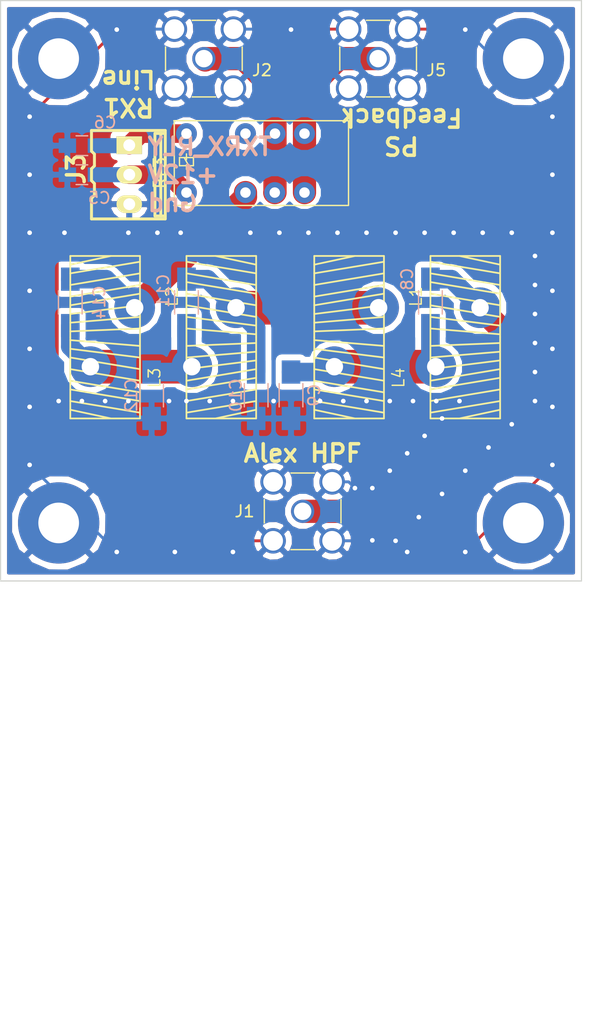
<source format=kicad_pcb>
(kicad_pcb (version 4) (host pcbnew 4.0.7)

  (general
    (links 44)
    (no_connects 1)
    (area 89.949999 34.949999 140.050001 85.050001)
    (thickness 1.6)
    (drawings 9)
    (tracks 217)
    (zones 0)
    (modules 21)
    (nets 11)
  )

  (page A4)
  (layers
    (0 F.Cu signal)
    (31 B.Cu signal)
    (32 B.Adhes user)
    (33 F.Adhes user)
    (34 B.Paste user)
    (35 F.Paste user)
    (36 B.SilkS user)
    (37 F.SilkS user)
    (38 B.Mask user)
    (39 F.Mask user)
    (40 Dwgs.User user)
    (41 Cmts.User user)
    (42 Eco1.User user)
    (43 Eco2.User user)
    (44 Edge.Cuts user)
    (45 Margin user)
    (46 B.CrtYd user)
    (47 F.CrtYd user)
    (48 B.Fab user)
    (49 F.Fab user)
  )

  (setup
    (last_trace_width 1.3)
    (user_trace_width 1.3)
    (user_trace_width 1.6)
    (user_trace_width 2)
    (user_trace_width 2.9)
    (trace_clearance 0.2)
    (zone_clearance 0.508)
    (zone_45_only no)
    (trace_min 0.2)
    (segment_width 0.2)
    (edge_width 0.1)
    (via_size 0.6)
    (via_drill 0.4)
    (via_min_size 0.4)
    (via_min_drill 0.3)
    (uvia_size 0.3)
    (uvia_drill 0.1)
    (uvias_allowed no)
    (uvia_min_size 0.2)
    (uvia_min_drill 0.1)
    (pcb_text_width 0.3)
    (pcb_text_size 1.5 1.5)
    (mod_edge_width 0.15)
    (mod_text_size 1 1)
    (mod_text_width 0.15)
    (pad_size 1.5 1.5)
    (pad_drill 0.6)
    (pad_to_mask_clearance 0)
    (aux_axis_origin 0 0)
    (visible_elements 7FFFFFFF)
    (pcbplotparams
      (layerselection 0x00030_80000001)
      (usegerberextensions false)
      (excludeedgelayer true)
      (linewidth 0.100000)
      (plotframeref false)
      (viasonmask false)
      (mode 1)
      (useauxorigin false)
      (hpglpennumber 1)
      (hpglpenspeed 20)
      (hpglpendiameter 15)
      (hpglpenoverlay 2)
      (psnegative false)
      (psa4output false)
      (plotreference true)
      (plotvalue true)
      (plotinvisibletext false)
      (padsonsilk false)
      (subtractmaskfromsilk false)
      (outputformat 1)
      (mirror false)
      (drillshape 1)
      (scaleselection 1)
      (outputdirectory ""))
  )

  (net 0 "")
  (net 1 +12V)
  (net 2 GND)
  (net 3 TXRX_RLY)
  (net 4 "Net-(C8-Pad1)")
  (net 5 "Net-(C8-Pad2)")
  (net 6 "Net-(C10-Pad1)")
  (net 7 "Net-(C11-Pad1)")
  (net 8 "Net-(C14-Pad1)")
  (net 9 "Net-(J2-Pad1)")
  (net 10 "Net-(J5-Pad1)")

  (net_class Default "Ceci est la Netclass par défaut"
    (clearance 0.2)
    (trace_width 0.25)
    (via_dia 0.6)
    (via_drill 0.4)
    (uvia_dia 0.3)
    (uvia_drill 0.1)
    (add_net +12V)
    (add_net GND)
    (add_net "Net-(C10-Pad1)")
    (add_net "Net-(C11-Pad1)")
    (add_net "Net-(C14-Pad1)")
    (add_net "Net-(C8-Pad1)")
    (add_net "Net-(C8-Pad2)")
    (add_net "Net-(J2-Pad1)")
    (add_net "Net-(J5-Pad1)")
    (add_net TXRX_RLY)
  )

  (module Capacitors_SMD:C_0805_HandSoldering (layer B.Cu) (tedit 5A0334CA) (tstamp 5A0319B4)
    (at 97 50 180)
    (descr "Capacitor SMD 0805, hand soldering")
    (tags "capacitor 0805")
    (path /593E7149)
    (attr smd)
    (fp_text reference C5 (at -1.5 -2 180) (layer B.SilkS)
      (effects (font (size 1 1) (thickness 0.15)) (justify mirror))
    )
    (fp_text value 10n (at 0 -1.75 180) (layer B.Fab)
      (effects (font (size 1 1) (thickness 0.15)) (justify mirror))
    )
    (fp_text user %R (at 0 1.75 180) (layer B.Fab)
      (effects (font (size 1 1) (thickness 0.15)) (justify mirror))
    )
    (fp_line (start -1 -0.62) (end -1 0.62) (layer B.Fab) (width 0.1))
    (fp_line (start 1 -0.62) (end -1 -0.62) (layer B.Fab) (width 0.1))
    (fp_line (start 1 0.62) (end 1 -0.62) (layer B.Fab) (width 0.1))
    (fp_line (start -1 0.62) (end 1 0.62) (layer B.Fab) (width 0.1))
    (fp_line (start 0.5 0.85) (end -0.5 0.85) (layer B.SilkS) (width 0.12))
    (fp_line (start -0.5 -0.85) (end 0.5 -0.85) (layer B.SilkS) (width 0.12))
    (fp_line (start -2.25 0.88) (end 2.25 0.88) (layer B.CrtYd) (width 0.05))
    (fp_line (start -2.25 0.88) (end -2.25 -0.87) (layer B.CrtYd) (width 0.05))
    (fp_line (start 2.25 -0.87) (end 2.25 0.88) (layer B.CrtYd) (width 0.05))
    (fp_line (start 2.25 -0.87) (end -2.25 -0.87) (layer B.CrtYd) (width 0.05))
    (pad 1 smd rect (at -1.25 0 180) (size 1.5 1.25) (layers B.Cu B.Paste B.Mask)
      (net 1 +12V))
    (pad 2 smd rect (at 1.25 0 180) (size 1.5 1.25) (layers B.Cu B.Paste B.Mask)
      (net 2 GND))
    (model Capacitors_SMD.3dshapes/C_0805.wrl
      (at (xyz 0 0 0))
      (scale (xyz 1 1 1))
      (rotate (xyz 0 0 0))
    )
  )

  (module Capacitors_SMD:C_0805_HandSoldering (layer B.Cu) (tedit 5A0334D2) (tstamp 5A0319BA)
    (at 97 47.5)
    (descr "Capacitor SMD 0805, hand soldering")
    (tags "capacitor 0805")
    (path /593E7156)
    (attr smd)
    (fp_text reference C6 (at 2 -2) (layer B.SilkS)
      (effects (font (size 1 1) (thickness 0.15)) (justify mirror))
    )
    (fp_text value 10n (at 0 -1.75) (layer B.Fab)
      (effects (font (size 1 1) (thickness 0.15)) (justify mirror))
    )
    (fp_text user %R (at 0 1.75) (layer B.Fab)
      (effects (font (size 1 1) (thickness 0.15)) (justify mirror))
    )
    (fp_line (start -1 -0.62) (end -1 0.62) (layer B.Fab) (width 0.1))
    (fp_line (start 1 -0.62) (end -1 -0.62) (layer B.Fab) (width 0.1))
    (fp_line (start 1 0.62) (end 1 -0.62) (layer B.Fab) (width 0.1))
    (fp_line (start -1 0.62) (end 1 0.62) (layer B.Fab) (width 0.1))
    (fp_line (start 0.5 0.85) (end -0.5 0.85) (layer B.SilkS) (width 0.12))
    (fp_line (start -0.5 -0.85) (end 0.5 -0.85) (layer B.SilkS) (width 0.12))
    (fp_line (start -2.25 0.88) (end 2.25 0.88) (layer B.CrtYd) (width 0.05))
    (fp_line (start -2.25 0.88) (end -2.25 -0.87) (layer B.CrtYd) (width 0.05))
    (fp_line (start 2.25 -0.87) (end 2.25 0.88) (layer B.CrtYd) (width 0.05))
    (fp_line (start 2.25 -0.87) (end -2.25 -0.87) (layer B.CrtYd) (width 0.05))
    (pad 1 smd rect (at -1.25 0) (size 1.5 1.25) (layers B.Cu B.Paste B.Mask)
      (net 2 GND))
    (pad 2 smd rect (at 1.25 0) (size 1.5 1.25) (layers B.Cu B.Paste B.Mask)
      (net 3 TXRX_RLY))
    (model Capacitors_SMD.3dshapes/C_0805.wrl
      (at (xyz 0 0 0))
      (scale (xyz 1 1 1))
      (rotate (xyz 0 0 0))
    )
  )

  (module Capacitors_SMD:C_1206_HandSoldering (layer B.Cu) (tedit 5A031F72) (tstamp 5A0319C0)
    (at 127 61 90)
    (descr "Capacitor SMD 1206, hand soldering")
    (tags "capacitor 1206")
    (path /5A03144F)
    (attr smd)
    (fp_text reference C8 (at 2 -2 270) (layer B.SilkS)
      (effects (font (size 1 1) (thickness 0.15)) (justify mirror))
    )
    (fp_text value 33p (at 0 -2 90) (layer B.Fab)
      (effects (font (size 1 1) (thickness 0.15)) (justify mirror))
    )
    (fp_text user %R (at 0 1.75 90) (layer B.Fab)
      (effects (font (size 1 1) (thickness 0.15)) (justify mirror))
    )
    (fp_line (start -1.6 -0.8) (end -1.6 0.8) (layer B.Fab) (width 0.1))
    (fp_line (start 1.6 -0.8) (end -1.6 -0.8) (layer B.Fab) (width 0.1))
    (fp_line (start 1.6 0.8) (end 1.6 -0.8) (layer B.Fab) (width 0.1))
    (fp_line (start -1.6 0.8) (end 1.6 0.8) (layer B.Fab) (width 0.1))
    (fp_line (start 1 1.02) (end -1 1.02) (layer B.SilkS) (width 0.12))
    (fp_line (start -1 -1.02) (end 1 -1.02) (layer B.SilkS) (width 0.12))
    (fp_line (start -3.25 1.05) (end 3.25 1.05) (layer B.CrtYd) (width 0.05))
    (fp_line (start -3.25 1.05) (end -3.25 -1.05) (layer B.CrtYd) (width 0.05))
    (fp_line (start 3.25 -1.05) (end 3.25 1.05) (layer B.CrtYd) (width 0.05))
    (fp_line (start 3.25 -1.05) (end -3.25 -1.05) (layer B.CrtYd) (width 0.05))
    (pad 1 smd rect (at -2 0 90) (size 2 1.6) (layers B.Cu B.Paste B.Mask)
      (net 4 "Net-(C8-Pad1)"))
    (pad 2 smd rect (at 2 0 90) (size 2 1.6) (layers B.Cu B.Paste B.Mask)
      (net 5 "Net-(C8-Pad2)"))
    (model Capacitors_SMD.3dshapes/C_1206.wrl
      (at (xyz 0 0 0))
      (scale (xyz 1 1 1))
      (rotate (xyz 0 0 0))
    )
  )

  (module Capacitors_SMD:C_1206_HandSoldering (layer B.Cu) (tedit 5A031F99) (tstamp 5A0319C6)
    (at 115 69 270)
    (descr "Capacitor SMD 1206, hand soldering")
    (tags "capacitor 1206")
    (path /5A035C7F)
    (attr smd)
    (fp_text reference C9 (at 0 -2 270) (layer B.SilkS)
      (effects (font (size 1 1) (thickness 0.15)) (justify mirror))
    )
    (fp_text value 91p (at 0 -2 270) (layer B.Fab)
      (effects (font (size 1 1) (thickness 0.15)) (justify mirror))
    )
    (fp_text user %R (at 0 1.75 270) (layer B.Fab)
      (effects (font (size 1 1) (thickness 0.15)) (justify mirror))
    )
    (fp_line (start -1.6 -0.8) (end -1.6 0.8) (layer B.Fab) (width 0.1))
    (fp_line (start 1.6 -0.8) (end -1.6 -0.8) (layer B.Fab) (width 0.1))
    (fp_line (start 1.6 0.8) (end 1.6 -0.8) (layer B.Fab) (width 0.1))
    (fp_line (start -1.6 0.8) (end 1.6 0.8) (layer B.Fab) (width 0.1))
    (fp_line (start 1 1.02) (end -1 1.02) (layer B.SilkS) (width 0.12))
    (fp_line (start -1 -1.02) (end 1 -1.02) (layer B.SilkS) (width 0.12))
    (fp_line (start -3.25 1.05) (end 3.25 1.05) (layer B.CrtYd) (width 0.05))
    (fp_line (start -3.25 1.05) (end -3.25 -1.05) (layer B.CrtYd) (width 0.05))
    (fp_line (start 3.25 -1.05) (end 3.25 1.05) (layer B.CrtYd) (width 0.05))
    (fp_line (start 3.25 -1.05) (end -3.25 -1.05) (layer B.CrtYd) (width 0.05))
    (pad 1 smd rect (at -2 0 270) (size 2 1.6) (layers B.Cu B.Paste B.Mask)
      (net 4 "Net-(C8-Pad1)"))
    (pad 2 smd rect (at 2 0 270) (size 2 1.6) (layers B.Cu B.Paste B.Mask)
      (net 2 GND))
    (model Capacitors_SMD.3dshapes/C_1206.wrl
      (at (xyz 0 0 0))
      (scale (xyz 1 1 1))
      (rotate (xyz 0 0 0))
    )
  )

  (module Capacitors_SMD:C_1206_HandSoldering (layer B.Cu) (tedit 58AA84D1) (tstamp 5A0319CC)
    (at 112 69 270)
    (descr "Capacitor SMD 1206, hand soldering")
    (tags "capacitor 1206")
    (path /5A036150)
    (attr smd)
    (fp_text reference C10 (at 0 1.75 270) (layer B.SilkS)
      (effects (font (size 1 1) (thickness 0.15)) (justify mirror))
    )
    (fp_text value 97p (at 0 -2 270) (layer B.Fab)
      (effects (font (size 1 1) (thickness 0.15)) (justify mirror))
    )
    (fp_text user %R (at 0 1.75 270) (layer B.Fab)
      (effects (font (size 1 1) (thickness 0.15)) (justify mirror))
    )
    (fp_line (start -1.6 -0.8) (end -1.6 0.8) (layer B.Fab) (width 0.1))
    (fp_line (start 1.6 -0.8) (end -1.6 -0.8) (layer B.Fab) (width 0.1))
    (fp_line (start 1.6 0.8) (end 1.6 -0.8) (layer B.Fab) (width 0.1))
    (fp_line (start -1.6 0.8) (end 1.6 0.8) (layer B.Fab) (width 0.1))
    (fp_line (start 1 1.02) (end -1 1.02) (layer B.SilkS) (width 0.12))
    (fp_line (start -1 -1.02) (end 1 -1.02) (layer B.SilkS) (width 0.12))
    (fp_line (start -3.25 1.05) (end 3.25 1.05) (layer B.CrtYd) (width 0.05))
    (fp_line (start -3.25 1.05) (end -3.25 -1.05) (layer B.CrtYd) (width 0.05))
    (fp_line (start 3.25 -1.05) (end 3.25 1.05) (layer B.CrtYd) (width 0.05))
    (fp_line (start 3.25 -1.05) (end -3.25 -1.05) (layer B.CrtYd) (width 0.05))
    (pad 1 smd rect (at -2 0 270) (size 2 1.6) (layers B.Cu B.Paste B.Mask)
      (net 6 "Net-(C10-Pad1)"))
    (pad 2 smd rect (at 2 0 270) (size 2 1.6) (layers B.Cu B.Paste B.Mask)
      (net 2 GND))
    (model Capacitors_SMD.3dshapes/C_1206.wrl
      (at (xyz 0 0 0))
      (scale (xyz 1 1 1))
      (rotate (xyz 0 0 0))
    )
  )

  (module Capacitors_SMD:C_1206_HandSoldering (layer B.Cu) (tedit 5A031F80) (tstamp 5A0319D2)
    (at 106 61 90)
    (descr "Capacitor SMD 1206, hand soldering")
    (tags "capacitor 1206")
    (path /5A031437)
    (attr smd)
    (fp_text reference C11 (at 1 -2 270) (layer B.SilkS)
      (effects (font (size 1 1) (thickness 0.15)) (justify mirror))
    )
    (fp_text value 10p (at 0 -2 90) (layer B.Fab)
      (effects (font (size 1 1) (thickness 0.15)) (justify mirror))
    )
    (fp_text user %R (at 0 1.75 90) (layer B.Fab)
      (effects (font (size 1 1) (thickness 0.15)) (justify mirror))
    )
    (fp_line (start -1.6 -0.8) (end -1.6 0.8) (layer B.Fab) (width 0.1))
    (fp_line (start 1.6 -0.8) (end -1.6 -0.8) (layer B.Fab) (width 0.1))
    (fp_line (start 1.6 0.8) (end 1.6 -0.8) (layer B.Fab) (width 0.1))
    (fp_line (start -1.6 0.8) (end 1.6 0.8) (layer B.Fab) (width 0.1))
    (fp_line (start 1 1.02) (end -1 1.02) (layer B.SilkS) (width 0.12))
    (fp_line (start -1 -1.02) (end 1 -1.02) (layer B.SilkS) (width 0.12))
    (fp_line (start -3.25 1.05) (end 3.25 1.05) (layer B.CrtYd) (width 0.05))
    (fp_line (start -3.25 1.05) (end -3.25 -1.05) (layer B.CrtYd) (width 0.05))
    (fp_line (start 3.25 -1.05) (end 3.25 1.05) (layer B.CrtYd) (width 0.05))
    (fp_line (start 3.25 -1.05) (end -3.25 -1.05) (layer B.CrtYd) (width 0.05))
    (pad 1 smd rect (at -2 0 90) (size 2 1.6) (layers B.Cu B.Paste B.Mask)
      (net 7 "Net-(C11-Pad1)"))
    (pad 2 smd rect (at 2 0 90) (size 2 1.6) (layers B.Cu B.Paste B.Mask)
      (net 6 "Net-(C10-Pad1)"))
    (model Capacitors_SMD.3dshapes/C_1206.wrl
      (at (xyz 0 0 0))
      (scale (xyz 1 1 1))
      (rotate (xyz 0 0 0))
    )
  )

  (module Capacitors_SMD:C_1206_HandSoldering (layer B.Cu) (tedit 58AA84D1) (tstamp 5A0319D8)
    (at 103 69 270)
    (descr "Capacitor SMD 1206, hand soldering")
    (tags "capacitor 1206")
    (path /5A03622B)
    (attr smd)
    (fp_text reference C12 (at 0 1.75 270) (layer B.SilkS)
      (effects (font (size 1 1) (thickness 0.15)) (justify mirror))
    )
    (fp_text value 82p (at 0 -2 270) (layer B.Fab)
      (effects (font (size 1 1) (thickness 0.15)) (justify mirror))
    )
    (fp_text user %R (at 0 1.75 270) (layer B.Fab)
      (effects (font (size 1 1) (thickness 0.15)) (justify mirror))
    )
    (fp_line (start -1.6 -0.8) (end -1.6 0.8) (layer B.Fab) (width 0.1))
    (fp_line (start 1.6 -0.8) (end -1.6 -0.8) (layer B.Fab) (width 0.1))
    (fp_line (start 1.6 0.8) (end 1.6 -0.8) (layer B.Fab) (width 0.1))
    (fp_line (start -1.6 0.8) (end 1.6 0.8) (layer B.Fab) (width 0.1))
    (fp_line (start 1 1.02) (end -1 1.02) (layer B.SilkS) (width 0.12))
    (fp_line (start -1 -1.02) (end 1 -1.02) (layer B.SilkS) (width 0.12))
    (fp_line (start -3.25 1.05) (end 3.25 1.05) (layer B.CrtYd) (width 0.05))
    (fp_line (start -3.25 1.05) (end -3.25 -1.05) (layer B.CrtYd) (width 0.05))
    (fp_line (start 3.25 -1.05) (end 3.25 1.05) (layer B.CrtYd) (width 0.05))
    (fp_line (start 3.25 -1.05) (end -3.25 -1.05) (layer B.CrtYd) (width 0.05))
    (pad 1 smd rect (at -2 0 270) (size 2 1.6) (layers B.Cu B.Paste B.Mask)
      (net 7 "Net-(C11-Pad1)"))
    (pad 2 smd rect (at 2 0 270) (size 2 1.6) (layers B.Cu B.Paste B.Mask)
      (net 2 GND))
    (model Capacitors_SMD.3dshapes/C_1206.wrl
      (at (xyz 0 0 0))
      (scale (xyz 1 1 1))
      (rotate (xyz 0 0 0))
    )
  )

  (module Capacitors_SMD:C_1206_HandSoldering (layer B.Cu) (tedit 5A0334AC) (tstamp 5A0319DE)
    (at 96 61 270)
    (descr "Capacitor SMD 1206, hand soldering")
    (tags "capacitor 1206")
    (path /5A03143D)
    (attr smd)
    (fp_text reference C14 (at 0 -2.5 270) (layer B.SilkS)
      (effects (font (size 1 1) (thickness 0.15)) (justify mirror))
    )
    (fp_text value 33p (at 0 -2 270) (layer B.Fab)
      (effects (font (size 1 1) (thickness 0.15)) (justify mirror))
    )
    (fp_text user %R (at 0 1.75 270) (layer B.Fab)
      (effects (font (size 1 1) (thickness 0.15)) (justify mirror))
    )
    (fp_line (start -1.6 -0.8) (end -1.6 0.8) (layer B.Fab) (width 0.1))
    (fp_line (start 1.6 -0.8) (end -1.6 -0.8) (layer B.Fab) (width 0.1))
    (fp_line (start 1.6 0.8) (end 1.6 -0.8) (layer B.Fab) (width 0.1))
    (fp_line (start -1.6 0.8) (end 1.6 0.8) (layer B.Fab) (width 0.1))
    (fp_line (start 1 1.02) (end -1 1.02) (layer B.SilkS) (width 0.12))
    (fp_line (start -1 -1.02) (end 1 -1.02) (layer B.SilkS) (width 0.12))
    (fp_line (start -3.25 1.05) (end 3.25 1.05) (layer B.CrtYd) (width 0.05))
    (fp_line (start -3.25 1.05) (end -3.25 -1.05) (layer B.CrtYd) (width 0.05))
    (fp_line (start 3.25 -1.05) (end 3.25 1.05) (layer B.CrtYd) (width 0.05))
    (fp_line (start 3.25 -1.05) (end -3.25 -1.05) (layer B.CrtYd) (width 0.05))
    (pad 1 smd rect (at -2 0 270) (size 2 1.6) (layers B.Cu B.Paste B.Mask)
      (net 8 "Net-(C14-Pad1)"))
    (pad 2 smd rect (at 2 0 270) (size 2 1.6) (layers B.Cu B.Paste B.Mask)
      (net 7 "Net-(C11-Pad1)"))
    (model Capacitors_SMD.3dshapes/C_1206.wrl
      (at (xyz 0 0 0))
      (scale (xyz 1 1 1))
      (rotate (xyz 0 0 0))
    )
  )

  (module Connectors:SMA_THT_Jack_Straight (layer F.Cu) (tedit 5A03362E) (tstamp 5A0319E7)
    (at 116 79)
    (descr "SMA pcb through hole jack")
    (tags "SMA THT Jack Straight")
    (path /5A03698F)
    (fp_text reference J1 (at -5 0 180) (layer F.SilkS)
      (effects (font (size 1 1) (thickness 0.15)))
    )
    (fp_text value CONN_COAXIAL (at 0 5) (layer F.Fab)
      (effects (font (size 1 1) (thickness 0.15)))
    )
    (fp_line (start 2.03 -3.05) (end 3.05 -3.05) (layer F.Fab) (width 0.1))
    (fp_line (start -1 -3.3) (end 1 -3.3) (layer F.SilkS) (width 0.12))
    (fp_line (start -1 3.3) (end 1 3.3) (layer F.SilkS) (width 0.12))
    (fp_text user %R (at 0 -5) (layer F.Fab) hide
      (effects (font (size 1 1) (thickness 0.15)))
    )
    (fp_line (start 3.3 -1) (end 3.3 1) (layer F.SilkS) (width 0.12))
    (fp_line (start -3.3 -1) (end -3.3 1) (layer F.SilkS) (width 0.12))
    (fp_line (start 3.17 -3.17) (end 3.17 3.17) (layer F.Fab) (width 0.1))
    (fp_line (start -3.17 3.17) (end 3.17 3.17) (layer F.Fab) (width 0.1))
    (fp_line (start -3.17 -3.17) (end -3.17 3.17) (layer F.Fab) (width 0.1))
    (fp_line (start -3.17 -3.17) (end 3.17 -3.17) (layer F.Fab) (width 0.1))
    (fp_line (start -2.03 -3.05) (end -2.03 -2.03) (layer F.Fab) (width 0.1))
    (fp_line (start -3.05 -2.03) (end -2.03 -2.03) (layer F.Fab) (width 0.1))
    (fp_line (start -2.03 2.03) (end -2.03 3.05) (layer F.Fab) (width 0.1))
    (fp_line (start -3.05 2.03) (end -2.03 2.03) (layer F.Fab) (width 0.1))
    (fp_line (start 2.03 -3.05) (end 2.03 -2.03) (layer F.Fab) (width 0.1))
    (fp_line (start 2.03 -2.03) (end 3.05 -2.03) (layer F.Fab) (width 0.1))
    (fp_line (start 3.05 2.03) (end 2.03 2.03) (layer F.Fab) (width 0.1))
    (fp_line (start 2.03 2.03) (end 2.03 3.05) (layer F.Fab) (width 0.1))
    (fp_line (start -4.14 -4.14) (end 4.14 -4.14) (layer F.CrtYd) (width 0.05))
    (fp_line (start -4.14 -4.14) (end -4.14 4.14) (layer F.CrtYd) (width 0.05))
    (fp_line (start 4.14 4.14) (end 4.14 -4.14) (layer F.CrtYd) (width 0.05))
    (fp_line (start 4.14 4.14) (end -4.14 4.14) (layer F.CrtYd) (width 0.05))
    (fp_circle (center 0 0) (end 2.04 0) (layer F.Fab) (width 0.1))
    (fp_circle (center 0 0) (end 0.635 0) (layer F.Fab) (width 0.1))
    (fp_line (start 3.05 -3.05) (end 3.05 -2.03) (layer F.Fab) (width 0.1))
    (fp_line (start -3.05 -3.05) (end -3.05 -2.03) (layer F.Fab) (width 0.1))
    (fp_line (start -3.05 -3.05) (end -2.03 -3.05) (layer F.Fab) (width 0.1))
    (fp_line (start -3.05 3.05) (end -2.03 3.05) (layer F.Fab) (width 0.1))
    (fp_line (start -3.05 3.05) (end -3.05 2.03) (layer F.Fab) (width 0.1))
    (fp_line (start 3.05 2.03) (end 3.05 3.05) (layer F.Fab) (width 0.1))
    (fp_line (start 2.03 3.05) (end 3.05 3.05) (layer F.Fab) (width 0.1))
    (pad 2 thru_hole circle (at -2.54 2.54) (size 2.2 2.2) (drill 1.7) (layers *.Cu *.Mask)
      (net 2 GND))
    (pad 2 thru_hole circle (at -2.54 -2.54) (size 2.2 2.2) (drill 1.7) (layers *.Cu *.Mask)
      (net 2 GND))
    (pad 2 thru_hole circle (at 2.54 -2.54) (size 2.2 2.2) (drill 1.7) (layers *.Cu *.Mask)
      (net 2 GND))
    (pad 2 thru_hole circle (at 2.54 2.54) (size 2.2 2.2) (drill 1.7) (layers *.Cu *.Mask)
      (net 2 GND))
    (pad 1 thru_hole circle (at 0 0) (size 2 2) (drill 1.5) (layers *.Cu *.Mask)
      (net 5 "Net-(C8-Pad2)"))
    (model ../../../../../../Users/Marco/Documents/Kicad/modules/SMA_PINS.pretty/packages3d/SMA_PINS/SMA_PINS.wrl
      (at (xyz 0 0 0))
      (scale (xyz 1 1 1))
      (rotate (xyz 0 0 0))
    )
  )

  (module Connectors:SMA_THT_Jack_Straight (layer F.Cu) (tedit 5A033641) (tstamp 5A0319F0)
    (at 107.5 40)
    (descr "SMA pcb through hole jack")
    (tags "SMA THT Jack Straight")
    (path /592D8108)
    (fp_text reference J2 (at 5 1 180) (layer F.SilkS)
      (effects (font (size 1 1) (thickness 0.15)))
    )
    (fp_text value CONN_COAXIAL (at 0 5) (layer F.Fab) hide
      (effects (font (size 1 1) (thickness 0.15)))
    )
    (fp_line (start 2.03 -3.05) (end 3.05 -3.05) (layer F.Fab) (width 0.1))
    (fp_line (start -1 -3.3) (end 1 -3.3) (layer F.SilkS) (width 0.12))
    (fp_line (start -1 3.3) (end 1 3.3) (layer F.SilkS) (width 0.12))
    (fp_text user %R (at 0 -5) (layer F.Fab) hide
      (effects (font (size 1 1) (thickness 0.15)))
    )
    (fp_line (start 3.3 -1) (end 3.3 1) (layer F.SilkS) (width 0.12))
    (fp_line (start -3.3 -1) (end -3.3 1) (layer F.SilkS) (width 0.12))
    (fp_line (start 3.17 -3.17) (end 3.17 3.17) (layer F.Fab) (width 0.1))
    (fp_line (start -3.17 3.17) (end 3.17 3.17) (layer F.Fab) (width 0.1))
    (fp_line (start -3.17 -3.17) (end -3.17 3.17) (layer F.Fab) (width 0.1))
    (fp_line (start -3.17 -3.17) (end 3.17 -3.17) (layer F.Fab) (width 0.1))
    (fp_line (start -2.03 -3.05) (end -2.03 -2.03) (layer F.Fab) (width 0.1))
    (fp_line (start -3.05 -2.03) (end -2.03 -2.03) (layer F.Fab) (width 0.1))
    (fp_line (start -2.03 2.03) (end -2.03 3.05) (layer F.Fab) (width 0.1))
    (fp_line (start -3.05 2.03) (end -2.03 2.03) (layer F.Fab) (width 0.1))
    (fp_line (start 2.03 -3.05) (end 2.03 -2.03) (layer F.Fab) (width 0.1))
    (fp_line (start 2.03 -2.03) (end 3.05 -2.03) (layer F.Fab) (width 0.1))
    (fp_line (start 3.05 2.03) (end 2.03 2.03) (layer F.Fab) (width 0.1))
    (fp_line (start 2.03 2.03) (end 2.03 3.05) (layer F.Fab) (width 0.1))
    (fp_line (start -4.14 -4.14) (end 4.14 -4.14) (layer F.CrtYd) (width 0.05))
    (fp_line (start -4.14 -4.14) (end -4.14 4.14) (layer F.CrtYd) (width 0.05))
    (fp_line (start 4.14 4.14) (end 4.14 -4.14) (layer F.CrtYd) (width 0.05))
    (fp_line (start 4.14 4.14) (end -4.14 4.14) (layer F.CrtYd) (width 0.05))
    (fp_circle (center 0 0) (end 2.04 0) (layer F.Fab) (width 0.1))
    (fp_circle (center 0 0) (end 0.635 0) (layer F.Fab) (width 0.1))
    (fp_line (start 3.05 -3.05) (end 3.05 -2.03) (layer F.Fab) (width 0.1))
    (fp_line (start -3.05 -3.05) (end -3.05 -2.03) (layer F.Fab) (width 0.1))
    (fp_line (start -3.05 -3.05) (end -2.03 -3.05) (layer F.Fab) (width 0.1))
    (fp_line (start -3.05 3.05) (end -2.03 3.05) (layer F.Fab) (width 0.1))
    (fp_line (start -3.05 3.05) (end -3.05 2.03) (layer F.Fab) (width 0.1))
    (fp_line (start 3.05 2.03) (end 3.05 3.05) (layer F.Fab) (width 0.1))
    (fp_line (start 2.03 3.05) (end 3.05 3.05) (layer F.Fab) (width 0.1))
    (pad 2 thru_hole circle (at -2.54 2.54) (size 2.2 2.2) (drill 1.7) (layers *.Cu *.Mask)
      (net 2 GND))
    (pad 2 thru_hole circle (at -2.54 -2.54) (size 2.2 2.2) (drill 1.7) (layers *.Cu *.Mask)
      (net 2 GND))
    (pad 2 thru_hole circle (at 2.54 -2.54) (size 2.2 2.2) (drill 1.7) (layers *.Cu *.Mask)
      (net 2 GND))
    (pad 2 thru_hole circle (at 2.54 2.54) (size 2.2 2.2) (drill 1.7) (layers *.Cu *.Mask)
      (net 2 GND))
    (pad 1 thru_hole circle (at 0 0) (size 2 2) (drill 1.5) (layers *.Cu *.Mask)
      (net 9 "Net-(J2-Pad1)"))
    (model ../../../../../../Users/Marco/Documents/Kicad/modules/SMA_PINS.pretty/packages3d/SMA_PINS/SMA_PINS.wrl
      (at (xyz 0 0 0))
      (scale (xyz 1 1 1))
      (rotate (xyz 0 0 0))
    )
  )

  (module Connectors:SMA_THT_Jack_Straight (layer F.Cu) (tedit 5A03363A) (tstamp 5A0319F9)
    (at 122.5 40)
    (descr "SMA pcb through hole jack")
    (tags "SMA THT Jack Straight")
    (path /593EB5B6)
    (fp_text reference J5 (at 5 1) (layer F.SilkS)
      (effects (font (size 1 1) (thickness 0.15)))
    )
    (fp_text value CONN_COAXIAL (at 0 5) (layer F.Fab) hide
      (effects (font (size 1 1) (thickness 0.15)))
    )
    (fp_line (start 2.03 -3.05) (end 3.05 -3.05) (layer F.Fab) (width 0.1))
    (fp_line (start -1 -3.3) (end 1 -3.3) (layer F.SilkS) (width 0.12))
    (fp_line (start -1 3.3) (end 1 3.3) (layer F.SilkS) (width 0.12))
    (fp_text user %R (at 0 -5) (layer F.Fab) hide
      (effects (font (size 1 1) (thickness 0.15)))
    )
    (fp_line (start 3.3 -1) (end 3.3 1) (layer F.SilkS) (width 0.12))
    (fp_line (start -3.3 -1) (end -3.3 1) (layer F.SilkS) (width 0.12))
    (fp_line (start 3.17 -3.17) (end 3.17 3.17) (layer F.Fab) (width 0.1))
    (fp_line (start -3.17 3.17) (end 3.17 3.17) (layer F.Fab) (width 0.1))
    (fp_line (start -3.17 -3.17) (end -3.17 3.17) (layer F.Fab) (width 0.1))
    (fp_line (start -3.17 -3.17) (end 3.17 -3.17) (layer F.Fab) (width 0.1))
    (fp_line (start -2.03 -3.05) (end -2.03 -2.03) (layer F.Fab) (width 0.1))
    (fp_line (start -3.05 -2.03) (end -2.03 -2.03) (layer F.Fab) (width 0.1))
    (fp_line (start -2.03 2.03) (end -2.03 3.05) (layer F.Fab) (width 0.1))
    (fp_line (start -3.05 2.03) (end -2.03 2.03) (layer F.Fab) (width 0.1))
    (fp_line (start 2.03 -3.05) (end 2.03 -2.03) (layer F.Fab) (width 0.1))
    (fp_line (start 2.03 -2.03) (end 3.05 -2.03) (layer F.Fab) (width 0.1))
    (fp_line (start 3.05 2.03) (end 2.03 2.03) (layer F.Fab) (width 0.1))
    (fp_line (start 2.03 2.03) (end 2.03 3.05) (layer F.Fab) (width 0.1))
    (fp_line (start -4.14 -4.14) (end 4.14 -4.14) (layer F.CrtYd) (width 0.05))
    (fp_line (start -4.14 -4.14) (end -4.14 4.14) (layer F.CrtYd) (width 0.05))
    (fp_line (start 4.14 4.14) (end 4.14 -4.14) (layer F.CrtYd) (width 0.05))
    (fp_line (start 4.14 4.14) (end -4.14 4.14) (layer F.CrtYd) (width 0.05))
    (fp_circle (center 0 0) (end 2.04 0) (layer F.Fab) (width 0.1))
    (fp_circle (center 0 0) (end 0.635 0) (layer F.Fab) (width 0.1))
    (fp_line (start 3.05 -3.05) (end 3.05 -2.03) (layer F.Fab) (width 0.1))
    (fp_line (start -3.05 -3.05) (end -3.05 -2.03) (layer F.Fab) (width 0.1))
    (fp_line (start -3.05 -3.05) (end -2.03 -3.05) (layer F.Fab) (width 0.1))
    (fp_line (start -3.05 3.05) (end -2.03 3.05) (layer F.Fab) (width 0.1))
    (fp_line (start -3.05 3.05) (end -3.05 2.03) (layer F.Fab) (width 0.1))
    (fp_line (start 3.05 2.03) (end 3.05 3.05) (layer F.Fab) (width 0.1))
    (fp_line (start 2.03 3.05) (end 3.05 3.05) (layer F.Fab) (width 0.1))
    (pad 2 thru_hole circle (at -2.54 2.54) (size 2.2 2.2) (drill 1.7) (layers *.Cu *.Mask)
      (net 2 GND))
    (pad 2 thru_hole circle (at -2.54 -2.54) (size 2.2 2.2) (drill 1.7) (layers *.Cu *.Mask)
      (net 2 GND))
    (pad 2 thru_hole circle (at 2.54 -2.54) (size 2.2 2.2) (drill 1.7) (layers *.Cu *.Mask)
      (net 2 GND))
    (pad 2 thru_hole circle (at 2.54 2.54) (size 2.2 2.2) (drill 1.7) (layers *.Cu *.Mask)
      (net 2 GND))
    (pad 1 thru_hole circle (at 0 0) (size 2 2) (drill 1.5) (layers *.Cu *.Mask)
      (net 10 "Net-(J5-Pad1)"))
    (model ../../../../../../Users/Marco/Documents/Kicad/modules/SMA_PINS.pretty/packages3d/SMA_PINS/SMA_PINS.wrl
      (at (xyz 0 0 0))
      (scale (xyz 1 1 1))
      (rotate (xyz 0 0 0))
    )
  )

  (module T50:T50_V_THT (layer F.Cu) (tedit 59F4A7CE) (tstamp 5A0319FF)
    (at 130 64 270)
    (tags "toroid inductance inductor self")
    (path /5A031455)
    (solder_mask_margin 0.7)
    (clearance 0.5)
    (fp_text reference L1 (at -3.5 4.25 270) (layer F.SilkS)
      (effects (font (size 1 1) (thickness 0.125)))
    )
    (fp_text value 97nH (at 4.5 -4.25 270) (layer F.Fab)
      (effects (font (size 1 1) (thickness 0.125)))
    )
    (fp_line (start -7.25 -5.5) (end -7.25 5) (layer F.CrtYd) (width 0.07))
    (fp_line (start 7.25 5) (end 7.25 -5.5) (layer F.CrtYd) (width 0.07))
    (fp_line (start -7.25 5) (end 7.25 5) (layer F.CrtYd) (width 0.07))
    (fp_line (start -7.25 -5.5) (end 7.25 -5.5) (layer F.CrtYd) (width 0.07))
    (fp_line (start 7.25 -3.25) (end 7.25 3.25) (layer Eco2.User) (width 0.07))
    (fp_line (start 7.25 3.25) (end -7.25 3.25) (layer Eco2.User) (width 0.07))
    (fp_line (start -7.25 3.25) (end -7.25 -3.25) (layer Eco2.User) (width 0.07))
    (fp_line (start -7.25 -3.25) (end 7.25 -3.25) (layer Eco2.User) (width 0.07))
    (fp_line (start -6.25 -3) (end -7 0.5) (layer F.SilkS) (width 0.15))
    (fp_line (start -5.5 -3) (end -6.5 3) (layer F.SilkS) (width 0.15))
    (fp_line (start -4.5 -3) (end -5.5 3) (layer F.SilkS) (width 0.15))
    (fp_line (start -3.75 -3) (end -4.75 3) (layer F.SilkS) (width 0.15))
    (fp_line (start -2.75 -3) (end -3.75 3) (layer F.SilkS) (width 0.15))
    (fp_line (start -1.75 -3) (end -2.75 3) (layer F.SilkS) (width 0.15))
    (fp_line (start -1 -3) (end -1.75 3) (layer F.SilkS) (width 0.15))
    (fp_line (start 6.25 -3) (end 7 0.5) (layer F.SilkS) (width 0.15))
    (fp_line (start 5.5 -3) (end 6.5 3) (layer F.SilkS) (width 0.15))
    (fp_line (start 4.5 -3) (end 5.5 3) (layer F.SilkS) (width 0.15))
    (fp_line (start 3.5 -3) (end 4.5 3) (layer F.SilkS) (width 0.15))
    (fp_line (start 2.75 -3) (end 3.75 3) (layer F.SilkS) (width 0.15))
    (fp_line (start 2 -3) (end 2.75 3) (layer F.SilkS) (width 0.15))
    (fp_line (start 1.25 -3) (end 1.75 3) (layer F.SilkS) (width 0.15))
    (fp_line (start -0.25 -3) (end -0.75 3) (layer F.SilkS) (width 0.15))
    (fp_line (start 0.5 -3) (end 0.75 3) (layer F.SilkS) (width 0.15))
    (fp_line (start 0 -3) (end 7 -3) (layer F.SilkS) (width 0.15))
    (fp_line (start 7 -3) (end 7 3) (layer F.SilkS) (width 0.15))
    (fp_line (start 7 3) (end -7 3) (layer F.SilkS) (width 0.15))
    (fp_line (start -7 3) (end -7 -3) (layer F.SilkS) (width 0.15))
    (fp_line (start -7 -3) (end 0 -3) (layer F.SilkS) (width 0.15))
    (pad 1 thru_hole circle (at -2.54 -1.27 270) (size 3.5 3.5) (drill 1.5) (layers *.Cu *.Mask)
      (net 5 "Net-(C8-Pad2)"))
    (pad 2 thru_hole circle (at 2.54 2.54 270) (size 3.5 3.5) (drill 1.5) (layers *.Cu *.Mask)
      (net 4 "Net-(C8-Pad1)"))
    (model ../../../../../../Users/Marco/Documents/Kicad/modules/T50.pretty/T50.wrl
      (at (xyz 0 0 0.23))
      (scale (xyz 0.14 0.2 0.14))
      (rotate (xyz 0 0 0))
    )
  )

  (module T50:T50_V_THT (layer F.Cu) (tedit 59F4A7CE) (tstamp 5A031A05)
    (at 109 64 270)
    (tags "toroid inductance inductor self")
    (path /5A031443)
    (solder_mask_margin 0.7)
    (clearance 0.5)
    (fp_text reference L2 (at -3.5 4.25 270) (layer F.SilkS)
      (effects (font (size 1 1) (thickness 0.125)))
    )
    (fp_text value 220nH (at 4.5 -4.25 270) (layer F.Fab)
      (effects (font (size 1 1) (thickness 0.125)))
    )
    (fp_line (start -7.25 -5.5) (end -7.25 5) (layer F.CrtYd) (width 0.07))
    (fp_line (start 7.25 5) (end 7.25 -5.5) (layer F.CrtYd) (width 0.07))
    (fp_line (start -7.25 5) (end 7.25 5) (layer F.CrtYd) (width 0.07))
    (fp_line (start -7.25 -5.5) (end 7.25 -5.5) (layer F.CrtYd) (width 0.07))
    (fp_line (start 7.25 -3.25) (end 7.25 3.25) (layer Eco2.User) (width 0.07))
    (fp_line (start 7.25 3.25) (end -7.25 3.25) (layer Eco2.User) (width 0.07))
    (fp_line (start -7.25 3.25) (end -7.25 -3.25) (layer Eco2.User) (width 0.07))
    (fp_line (start -7.25 -3.25) (end 7.25 -3.25) (layer Eco2.User) (width 0.07))
    (fp_line (start -6.25 -3) (end -7 0.5) (layer F.SilkS) (width 0.15))
    (fp_line (start -5.5 -3) (end -6.5 3) (layer F.SilkS) (width 0.15))
    (fp_line (start -4.5 -3) (end -5.5 3) (layer F.SilkS) (width 0.15))
    (fp_line (start -3.75 -3) (end -4.75 3) (layer F.SilkS) (width 0.15))
    (fp_line (start -2.75 -3) (end -3.75 3) (layer F.SilkS) (width 0.15))
    (fp_line (start -1.75 -3) (end -2.75 3) (layer F.SilkS) (width 0.15))
    (fp_line (start -1 -3) (end -1.75 3) (layer F.SilkS) (width 0.15))
    (fp_line (start 6.25 -3) (end 7 0.5) (layer F.SilkS) (width 0.15))
    (fp_line (start 5.5 -3) (end 6.5 3) (layer F.SilkS) (width 0.15))
    (fp_line (start 4.5 -3) (end 5.5 3) (layer F.SilkS) (width 0.15))
    (fp_line (start 3.5 -3) (end 4.5 3) (layer F.SilkS) (width 0.15))
    (fp_line (start 2.75 -3) (end 3.75 3) (layer F.SilkS) (width 0.15))
    (fp_line (start 2 -3) (end 2.75 3) (layer F.SilkS) (width 0.15))
    (fp_line (start 1.25 -3) (end 1.75 3) (layer F.SilkS) (width 0.15))
    (fp_line (start -0.25 -3) (end -0.75 3) (layer F.SilkS) (width 0.15))
    (fp_line (start 0.5 -3) (end 0.75 3) (layer F.SilkS) (width 0.15))
    (fp_line (start 0 -3) (end 7 -3) (layer F.SilkS) (width 0.15))
    (fp_line (start 7 -3) (end 7 3) (layer F.SilkS) (width 0.15))
    (fp_line (start 7 3) (end -7 3) (layer F.SilkS) (width 0.15))
    (fp_line (start -7 3) (end -7 -3) (layer F.SilkS) (width 0.15))
    (fp_line (start -7 -3) (end 0 -3) (layer F.SilkS) (width 0.15))
    (pad 1 thru_hole circle (at -2.54 -1.27 270) (size 3.5 3.5) (drill 1.5) (layers *.Cu *.Mask)
      (net 6 "Net-(C10-Pad1)"))
    (pad 2 thru_hole circle (at 2.54 2.54 270) (size 3.5 3.5) (drill 1.5) (layers *.Cu *.Mask)
      (net 7 "Net-(C11-Pad1)"))
    (model ../../../../../../Users/Marco/Documents/Kicad/modules/T50.pretty/T50.wrl
      (at (xyz 0 0 0.23))
      (scale (xyz 0.14 0.2 0.14))
      (rotate (xyz 0 0 0))
    )
  )

  (module T50:T50_V_THT (layer F.Cu) (tedit 59F4A7CE) (tstamp 5A031A0B)
    (at 99 64 90)
    (tags "toroid inductance inductor self")
    (path /5A03142B)
    (solder_mask_margin 0.7)
    (clearance 0.5)
    (fp_text reference L3 (at -3.5 4.25 90) (layer F.SilkS)
      (effects (font (size 1 1) (thickness 0.125)))
    )
    (fp_text value 97nH (at 4.5 -4.25 90) (layer F.Fab)
      (effects (font (size 1 1) (thickness 0.125)))
    )
    (fp_line (start -7.25 -5.5) (end -7.25 5) (layer F.CrtYd) (width 0.07))
    (fp_line (start 7.25 5) (end 7.25 -5.5) (layer F.CrtYd) (width 0.07))
    (fp_line (start -7.25 5) (end 7.25 5) (layer F.CrtYd) (width 0.07))
    (fp_line (start -7.25 -5.5) (end 7.25 -5.5) (layer F.CrtYd) (width 0.07))
    (fp_line (start 7.25 -3.25) (end 7.25 3.25) (layer Eco2.User) (width 0.07))
    (fp_line (start 7.25 3.25) (end -7.25 3.25) (layer Eco2.User) (width 0.07))
    (fp_line (start -7.25 3.25) (end -7.25 -3.25) (layer Eco2.User) (width 0.07))
    (fp_line (start -7.25 -3.25) (end 7.25 -3.25) (layer Eco2.User) (width 0.07))
    (fp_line (start -6.25 -3) (end -7 0.5) (layer F.SilkS) (width 0.15))
    (fp_line (start -5.5 -3) (end -6.5 3) (layer F.SilkS) (width 0.15))
    (fp_line (start -4.5 -3) (end -5.5 3) (layer F.SilkS) (width 0.15))
    (fp_line (start -3.75 -3) (end -4.75 3) (layer F.SilkS) (width 0.15))
    (fp_line (start -2.75 -3) (end -3.75 3) (layer F.SilkS) (width 0.15))
    (fp_line (start -1.75 -3) (end -2.75 3) (layer F.SilkS) (width 0.15))
    (fp_line (start -1 -3) (end -1.75 3) (layer F.SilkS) (width 0.15))
    (fp_line (start 6.25 -3) (end 7 0.5) (layer F.SilkS) (width 0.15))
    (fp_line (start 5.5 -3) (end 6.5 3) (layer F.SilkS) (width 0.15))
    (fp_line (start 4.5 -3) (end 5.5 3) (layer F.SilkS) (width 0.15))
    (fp_line (start 3.5 -3) (end 4.5 3) (layer F.SilkS) (width 0.15))
    (fp_line (start 2.75 -3) (end 3.75 3) (layer F.SilkS) (width 0.15))
    (fp_line (start 2 -3) (end 2.75 3) (layer F.SilkS) (width 0.15))
    (fp_line (start 1.25 -3) (end 1.75 3) (layer F.SilkS) (width 0.15))
    (fp_line (start -0.25 -3) (end -0.75 3) (layer F.SilkS) (width 0.15))
    (fp_line (start 0.5 -3) (end 0.75 3) (layer F.SilkS) (width 0.15))
    (fp_line (start 0 -3) (end 7 -3) (layer F.SilkS) (width 0.15))
    (fp_line (start 7 -3) (end 7 3) (layer F.SilkS) (width 0.15))
    (fp_line (start 7 3) (end -7 3) (layer F.SilkS) (width 0.15))
    (fp_line (start -7 3) (end -7 -3) (layer F.SilkS) (width 0.15))
    (fp_line (start -7 -3) (end 0 -3) (layer F.SilkS) (width 0.15))
    (pad 1 thru_hole circle (at -2.54 -1.27 90) (size 3.5 3.5) (drill 1.5) (layers *.Cu *.Mask)
      (net 7 "Net-(C11-Pad1)"))
    (pad 2 thru_hole circle (at 2.54 2.54 90) (size 3.5 3.5) (drill 1.5) (layers *.Cu *.Mask)
      (net 8 "Net-(C14-Pad1)"))
    (model ../../../../../../Users/Marco/Documents/Kicad/modules/T50.pretty/T50.wrl
      (at (xyz 0 0 0.23))
      (scale (xyz 0.14 0.2 0.14))
      (rotate (xyz 0 0 0))
    )
  )

  (module T50:T50_V_THT (layer F.Cu) (tedit 59F4A7CE) (tstamp 5A031A11)
    (at 120 64 90)
    (tags "toroid inductance inductor self")
    (path /5A033415)
    (solder_mask_margin 0.7)
    (clearance 0.5)
    (fp_text reference L4 (at -3.5 4.25 90) (layer F.SilkS)
      (effects (font (size 1 1) (thickness 0.125)))
    )
    (fp_text value 260nH (at 4.5 -4.25 90) (layer F.Fab)
      (effects (font (size 1 1) (thickness 0.125)))
    )
    (fp_line (start -7.25 -5.5) (end -7.25 5) (layer F.CrtYd) (width 0.07))
    (fp_line (start 7.25 5) (end 7.25 -5.5) (layer F.CrtYd) (width 0.07))
    (fp_line (start -7.25 5) (end 7.25 5) (layer F.CrtYd) (width 0.07))
    (fp_line (start -7.25 -5.5) (end 7.25 -5.5) (layer F.CrtYd) (width 0.07))
    (fp_line (start 7.25 -3.25) (end 7.25 3.25) (layer Eco2.User) (width 0.07))
    (fp_line (start 7.25 3.25) (end -7.25 3.25) (layer Eco2.User) (width 0.07))
    (fp_line (start -7.25 3.25) (end -7.25 -3.25) (layer Eco2.User) (width 0.07))
    (fp_line (start -7.25 -3.25) (end 7.25 -3.25) (layer Eco2.User) (width 0.07))
    (fp_line (start -6.25 -3) (end -7 0.5) (layer F.SilkS) (width 0.15))
    (fp_line (start -5.5 -3) (end -6.5 3) (layer F.SilkS) (width 0.15))
    (fp_line (start -4.5 -3) (end -5.5 3) (layer F.SilkS) (width 0.15))
    (fp_line (start -3.75 -3) (end -4.75 3) (layer F.SilkS) (width 0.15))
    (fp_line (start -2.75 -3) (end -3.75 3) (layer F.SilkS) (width 0.15))
    (fp_line (start -1.75 -3) (end -2.75 3) (layer F.SilkS) (width 0.15))
    (fp_line (start -1 -3) (end -1.75 3) (layer F.SilkS) (width 0.15))
    (fp_line (start 6.25 -3) (end 7 0.5) (layer F.SilkS) (width 0.15))
    (fp_line (start 5.5 -3) (end 6.5 3) (layer F.SilkS) (width 0.15))
    (fp_line (start 4.5 -3) (end 5.5 3) (layer F.SilkS) (width 0.15))
    (fp_line (start 3.5 -3) (end 4.5 3) (layer F.SilkS) (width 0.15))
    (fp_line (start 2.75 -3) (end 3.75 3) (layer F.SilkS) (width 0.15))
    (fp_line (start 2 -3) (end 2.75 3) (layer F.SilkS) (width 0.15))
    (fp_line (start 1.25 -3) (end 1.75 3) (layer F.SilkS) (width 0.15))
    (fp_line (start -0.25 -3) (end -0.75 3) (layer F.SilkS) (width 0.15))
    (fp_line (start 0.5 -3) (end 0.75 3) (layer F.SilkS) (width 0.15))
    (fp_line (start 0 -3) (end 7 -3) (layer F.SilkS) (width 0.15))
    (fp_line (start 7 -3) (end 7 3) (layer F.SilkS) (width 0.15))
    (fp_line (start 7 3) (end -7 3) (layer F.SilkS) (width 0.15))
    (fp_line (start -7 3) (end -7 -3) (layer F.SilkS) (width 0.15))
    (fp_line (start -7 -3) (end 0 -3) (layer F.SilkS) (width 0.15))
    (pad 1 thru_hole circle (at -2.54 -1.27 90) (size 3.5 3.5) (drill 1.5) (layers *.Cu *.Mask)
      (net 4 "Net-(C8-Pad1)"))
    (pad 2 thru_hole circle (at 2.54 2.54 90) (size 3.5 3.5) (drill 1.5) (layers *.Cu *.Mask)
      (net 6 "Net-(C10-Pad1)"))
    (model ../../../../../../Users/Marco/Documents/Kicad/modules/T50.pretty/T50.wrl
      (at (xyz 0 0 0.23))
      (scale (xyz 0.14 0.2 0.14))
      (rotate (xyz 0 0 0))
    )
  )

  (module Mounting_Holes:MountingHole_3.5mm_Pad (layer F.Cu) (tedit 5A031A15) (tstamp 5A031A22)
    (at 95 80)
    (descr "Mounting Hole 3.5mm")
    (tags "mounting hole 3.5mm")
    (path /592D9C42)
    (fp_text reference TP1 (at 0 -4.5) (layer F.SilkS) hide
      (effects (font (size 1 1) (thickness 0.15)))
    )
    (fp_text value TEST (at 0 4.5) (layer F.Fab) hide
      (effects (font (size 1 1) (thickness 0.15)))
    )
    (fp_circle (center 0 0) (end 3.5 0) (layer Cmts.User) (width 0.15))
    (fp_circle (center 0 0) (end 3.75 0) (layer F.CrtYd) (width 0.05))
    (pad 1 thru_hole circle (at 0 0) (size 7 7) (drill 3.5) (layers *.Cu *.Mask)
      (net 2 GND))
  )

  (module Mounting_Holes:MountingHole_3.5mm_Pad (layer F.Cu) (tedit 5A031A0A) (tstamp 5A031A27)
    (at 95 40)
    (descr "Mounting Hole 3.5mm")
    (tags "mounting hole 3.5mm")
    (path /592DA50E)
    (fp_text reference TP2 (at 0 -4.5) (layer F.SilkS) hide
      (effects (font (size 1 1) (thickness 0.15)))
    )
    (fp_text value TEST (at 0 4.5) (layer F.Fab) hide
      (effects (font (size 1 1) (thickness 0.15)))
    )
    (fp_circle (center 0 0) (end 3.5 0) (layer Cmts.User) (width 0.15))
    (fp_circle (center 0 0) (end 3.75 0) (layer F.CrtYd) (width 0.05))
    (pad 1 thru_hole circle (at 0 0) (size 7 7) (drill 3.5) (layers *.Cu *.Mask)
      (net 2 GND))
  )

  (module Mounting_Holes:MountingHole_3.5mm_Pad (layer F.Cu) (tedit 5A031A20) (tstamp 5A031A2C)
    (at 135 80)
    (descr "Mounting Hole 3.5mm")
    (tags "mounting hole 3.5mm")
    (path /5941B78A)
    (fp_text reference TP3 (at 0 -4.5) (layer F.SilkS) hide
      (effects (font (size 1 1) (thickness 0.15)))
    )
    (fp_text value TEST (at 0 4.5) (layer F.Fab) hide
      (effects (font (size 1 1) (thickness 0.15)))
    )
    (fp_circle (center 0 0) (end 3.5 0) (layer Cmts.User) (width 0.15))
    (fp_circle (center 0 0) (end 3.75 0) (layer F.CrtYd) (width 0.05))
    (pad 1 thru_hole circle (at 0 0) (size 7 7) (drill 3.5) (layers *.Cu *.Mask)
      (net 2 GND))
  )

  (module Mounting_Holes:MountingHole_3.5mm_Pad (layer F.Cu) (tedit 5A031A2B) (tstamp 5A031A31)
    (at 135 40)
    (descr "Mounting Hole 3.5mm")
    (tags "mounting hole 3.5mm")
    (path /5941B790)
    (fp_text reference TP4 (at 0 -4.5) (layer F.SilkS) hide
      (effects (font (size 1 1) (thickness 0.15)))
    )
    (fp_text value TEST (at 0 4.5) (layer F.Fab) hide
      (effects (font (size 1 1) (thickness 0.15)))
    )
    (fp_circle (center 0 0) (end 3.5 0) (layer Cmts.User) (width 0.15))
    (fp_circle (center 0 0) (end 3.75 0) (layer F.CrtYd) (width 0.05))
    (pad 1 thru_hole circle (at 0 0) (size 7 7) (drill 3.5) (layers *.Cu *.Mask)
      (net 2 GND))
  )

  (module conn_kk100:kk100_22-23-2031 (layer F.Cu) (tedit 5A04848E) (tstamp 5A03304E)
    (at 101 50 270)
    (descr "3 pin vert. connector, Molex KK100 series")
    (path /5A035258)
    (fp_text reference J3 (at -0.5 4.5 450) (layer F.SilkS)
      (effects (font (thickness 0.3048)))
    )
    (fp_text value Conn_01x03 (at 0 4.56946 270) (layer F.SilkS) hide
      (effects (font (thickness 0.3048)))
    )
    (fp_line (start -3.556 -2.286) (end 3.556 -2.286) (layer F.SilkS) (width 0.254))
    (fp_line (start 3.556 -2.794) (end -3.556 -2.794) (layer F.SilkS) (width 0.254))
    (fp_line (start 3.556 -2.286) (end 3.556 -3.175) (layer F.SilkS) (width 0.254))
    (fp_line (start -3.556 -2.286) (end -3.556 -3.175) (layer F.SilkS) (width 0.254))
    (fp_line (start -0.508 3.175) (end 0.508 3.175) (layer F.SilkS) (width 0.254))
    (fp_line (start 0.762 2.921) (end 1.778 2.921) (layer F.SilkS) (width 0.254))
    (fp_line (start 0.762 2.921) (end 0.508 3.175) (layer F.SilkS) (width 0.254))
    (fp_line (start 1.778 2.921) (end 2.032 3.175) (layer F.SilkS) (width 0.254))
    (fp_line (start 2.032 3.175) (end 3.81 3.175) (layer F.SilkS) (width 0.254))
    (fp_line (start -3.81 -3.175) (end 3.81 -3.175) (layer F.SilkS) (width 0.254))
    (fp_line (start -2.032 3.175) (end -3.81 3.175) (layer F.SilkS) (width 0.254))
    (fp_line (start -0.762 2.921) (end -0.508 3.175) (layer F.SilkS) (width 0.254))
    (fp_line (start -1.778 2.921) (end -2.032 3.175) (layer F.SilkS) (width 0.254))
    (fp_line (start -1.778 2.921) (end -0.762 2.921) (layer F.SilkS) (width 0.254))
    (fp_line (start 3.81 -3.175) (end 3.81 3.175) (layer F.SilkS) (width 0.254))
    (fp_line (start -3.81 3.175) (end -3.81 -3.175) (layer F.SilkS) (width 0.254))
    (pad 3 thru_hole oval (at 2.54 -0.0762 270) (size 1.524 2.1971) (drill 1.016) (layers *.Cu *.Mask F.SilkS)
      (net 2 GND))
    (pad 1 thru_hole rect (at -2.54 -0.0762 270) (size 1.524 2.1971) (drill 1.016) (layers *.Cu *.Mask F.SilkS)
      (net 3 TXRX_RLY))
    (pad 2 thru_hole oval (at 0 -0.0762 270) (size 1.524 2.1971) (drill 1.016) (layers *.Cu *.Mask F.SilkS)
      (net 1 +12V))
    (model walter/conn_kk100/22-23-2031.wrl
      (at (xyz 0 0 0))
      (scale (xyz 1 1 1))
      (rotate (xyz 0 0 0))
    )
    (model ../../../../../../Users/Marco/Documents/Kicad/modules/conn_kk100.pretty/packages3d/conn_kk100/22-23-2031.wrl
      (at (xyz 0 0 0))
      (scale (xyz 1 1 1))
      (rotate (xyz 0 0 0))
    )
  )

  (module 2_Form_C_Relay:Relay_DPDT_NEC_EC2 (layer F.Cu) (tedit 5A0336F2) (tstamp 5A03379F)
    (at 106 49 90)
    (descr Relay_DPDT_NEC_EC2)
    (tags Relay_DPDT_NEC_EC2)
    (path /593E7131)
    (fp_text reference RL3 (at -0.84 -2.3 90) (layer F.SilkS)
      (effects (font (size 1 1) (thickness 0.15)))
    )
    (fp_text value "EC2-12 NU" (at 0 15.494 90) (layer F.Fab)
      (effects (font (size 1 1) (thickness 0.15)))
    )
    (fp_line (start -3.556 -0.889) (end 3.556 -0.889) (layer F.Fab) (width 0.12))
    (fp_line (start 3.556 -0.889) (end 3.556 13.716) (layer F.Fab) (width 0.12))
    (fp_line (start 3.556 13.716) (end -3.556 13.716) (layer F.Fab) (width 0.12))
    (fp_line (start -3.556 13.716) (end -3.556 -0.889) (layer F.Fab) (width 0.12))
    (fp_line (start 3.81 -1.27) (end -3.81 -1.27) (layer F.CrtYd) (width 0.05))
    (fp_line (start -3.81 -1.27) (end -3.81 14.224) (layer F.CrtYd) (width 0.05))
    (fp_line (start -3.81 14.224) (end 3.81 14.224) (layer F.CrtYd) (width 0.05))
    (fp_line (start 3.81 14.224) (end 3.81 -1.27) (layer F.CrtYd) (width 0.05))
    (fp_line (start -3.65 13.95) (end 3.65 13.95) (layer F.SilkS) (width 0.12))
    (fp_line (start 3.65 -1.05) (end -3.65 -1.05) (layer F.SilkS) (width 0.12))
    (fp_line (start -3.65 13.91) (end -3.65 -1.09) (layer F.SilkS) (width 0.12))
    (fp_line (start 3.65 13.91) (end 3.65 -1.09) (layer F.SilkS) (width 0.12))
    (fp_text user + (at -2.54 1.27 90) (layer F.Fab)
      (effects (font (size 1 1) (thickness 0.15)))
    )
    (fp_text user %R (at -0.94 4 180) (layer F.Fab)
      (effects (font (size 1 1) (thickness 0.15)))
    )
    (fp_line (start -0.724 0) (end 0.876 0) (layer F.Fab) (width 0.12))
    (fp_line (start -0.54 0) (end -0.14 0) (layer F.SilkS) (width 0.12))
    (fp_line (start 0.792 0) (end 0.292 0) (layer F.SilkS) (width 0.12))
    (fp_line (start -0.224 0.2) (end 0.476 -0.2) (layer F.SilkS) (width 0.12))
    (fp_line (start -0.224 -0.6) (end -0.224 0.6) (layer F.SilkS) (width 0.12))
    (fp_line (start -0.224 0.6) (end 0.476 0.6) (layer F.SilkS) (width 0.12))
    (fp_line (start 0.476 0.6) (end 0.476 -0.6) (layer F.SilkS) (width 0.12))
    (fp_line (start 0.476 -0.6) (end -0.224 -0.6) (layer F.SilkS) (width 0.12))
    (pad 1 thru_hole circle (at -2.54 0 90) (size 1.8 1.8) (drill 0.9) (layers *.Cu *.Mask)
      (net 1 +12V))
    (pad 12 thru_hole circle (at 2.54 0 90) (size 1.8 1.8) (drill 0.9) (layers *.Cu *.Mask)
      (net 3 TXRX_RLY))
    (pad 5 thru_hole circle (at -2.54 10.16 90) (size 1.8 1.8) (drill 0.9) (layers *.Cu *.Mask)
      (net 10 "Net-(J5-Pad1)"))
    (pad 3 thru_hole circle (at -2.54 5.08 90) (size 1.8 1.8) (drill 0.9) (layers *.Cu *.Mask)
      (net 8 "Net-(C14-Pad1)"))
    (pad 4 thru_hole circle (at -2.54 7.6 90) (size 1.8 1.8) (drill 0.9) (layers *.Cu *.Mask)
      (net 9 "Net-(J2-Pad1)"))
    (pad 8 thru_hole circle (at 2.54 10.16 90) (size 1.8 1.8) (drill 0.9) (layers *.Cu *.Mask)
      (net 10 "Net-(J5-Pad1)"))
    (pad 10 thru_hole circle (at 2.54 5.08 90) (size 1.8 1.8) (drill 0.9) (layers *.Cu *.Mask)
      (net 8 "Net-(C14-Pad1)"))
    (pad 9 thru_hole circle (at 2.54 7.62 90) (size 1.8 1.8) (drill 0.9) (layers *.Cu *.Mask)
      (net 9 "Net-(J2-Pad1)"))
    (model ../../../../../../Users/Marco/Documents/Kicad/modules/2_Form_C_Relay.pretty/THT_metric_2_fomrC.wrl
      (at (xyz 0 -0.2 0))
      (scale (xyz 0.6 0.6 0.6))
      (rotate (xyz 0 0 90))
    )
  )

  (gr_text "TXRX_RLY\n+12V\nGnd" (at 102.5 50) (layer B.SilkS)
    (effects (font (size 1.5 1.5) (thickness 0.3)) (justify right mirror))
  )
  (gr_text "RX1\nLine" (at 101 43 180) (layer F.SilkS)
    (effects (font (size 1.5 1.5) (thickness 0.3)))
  )
  (gr_text "Alex HPF" (at 116 74) (layer F.SilkS)
    (effects (font (size 1.5 1.5) (thickness 0.3)))
  )
  (gr_text "\nPS\nFeedback" (at 124.5 47.5 180) (layer F.SilkS)
    (effects (font (size 1.5 1.5) (thickness 0.3)))
  )
  (gr_line (start 140 35) (end 90 35) (angle 90) (layer Edge.Cuts) (width 0.1))
  (gr_line (start 140 85) (end 140 35) (angle 90) (layer Edge.Cuts) (width 0.1))
  (gr_line (start 90 85) (end 140 85) (angle 90) (layer Edge.Cuts) (width 0.1))
  (gr_line (start 140 123) (end 141 123) (angle 90) (layer Eco2.User) (width 0.2))
  (gr_line (start 90 35) (end 90 85) (angle 90) (layer Edge.Cuts) (width 0.1))

  (segment (start 98.25 50) (end 101.0762 50) (width 1.3) (layer B.Cu) (net 1) (status C00000))
  (segment (start 101.0762 50) (end 104.46 50) (width 1.6) (layer F.Cu) (net 1) (status 400000))
  (segment (start 104.46 50) (end 106 51.54) (width 1.6) (layer F.Cu) (net 1) (tstamp 5A048474) (status 800000))
  (segment (start 99.0762 54.54) (end 100.54 54.54) (width 0.25) (layer B.Cu) (net 2))
  (via (at 105.5 55) (size 0.6) (drill 0.4) (layers F.Cu B.Cu) (net 2))
  (segment (start 103.5 55) (end 105.5 55) (width 0.25) (layer B.Cu) (net 2) (tstamp 5A0332F7))
  (via (at 103.5 55) (size 0.6) (drill 0.4) (layers F.Cu B.Cu) (net 2))
  (segment (start 101 55) (end 103.5 55) (width 0.25) (layer F.Cu) (net 2) (tstamp 5A0332F4))
  (via (at 101 55) (size 0.6) (drill 0.4) (layers F.Cu B.Cu) (net 2))
  (segment (start 100.54 54.54) (end 101 55) (width 0.25) (layer B.Cu) (net 2) (tstamp 5A0332F0))
  (segment (start 92.5 55) (end 95.5 55) (width 0.25) (layer F.Cu) (net 2))
  (segment (start 95.96 54.54) (end 99.0762 54.54) (width 0.25) (layer B.Cu) (net 2) (tstamp 5A0332E8))
  (segment (start 95.5 55) (end 95.96 54.54) (width 0.25) (layer B.Cu) (net 2) (tstamp 5A0332E7))
  (via (at 95.5 55) (size 0.6) (drill 0.4) (layers F.Cu B.Cu) (net 2))
  (segment (start 136 69.5) (end 136 67) (width 0.25) (layer B.Cu) (net 2))
  (segment (start 121.96 81.54) (end 122 81.5) (width 0.25) (layer B.Cu) (net 2) (tstamp 5A03292C))
  (via (at 122 81.5) (size 0.6) (drill 0.4) (layers F.Cu B.Cu) (net 2))
  (segment (start 122 81.5) (end 122.04 81.54) (width 0.25) (layer F.Cu) (net 2) (tstamp 5A032935))
  (segment (start 122.04 81.54) (end 124 81.54) (width 0.25) (layer F.Cu) (net 2) (tstamp 5A032936))
  (via (at 124 81.54) (size 0.6) (drill 0.4) (layers F.Cu B.Cu) (net 2))
  (segment (start 124 81.54) (end 126 79.54) (width 0.25) (layer B.Cu) (net 2) (tstamp 5A032939))
  (segment (start 126 79.54) (end 126 79.5) (width 0.25) (layer B.Cu) (net 2) (tstamp 5A03293A))
  (via (at 126 79.5) (size 0.6) (drill 0.4) (layers F.Cu B.Cu) (net 2))
  (segment (start 126 79.5) (end 128 77.5) (width 0.25) (layer F.Cu) (net 2) (tstamp 5A03293D))
  (via (at 128 77.5) (size 0.6) (drill 0.4) (layers F.Cu B.Cu) (net 2))
  (segment (start 128 77.5) (end 130 75.5) (width 0.25) (layer B.Cu) (net 2) (tstamp 5A032940))
  (via (at 130 75.5) (size 0.6) (drill 0.4) (layers F.Cu B.Cu) (net 2))
  (segment (start 130 75.5) (end 132 73.5) (width 0.25) (layer F.Cu) (net 2) (tstamp 5A032943))
  (via (at 132 73.5) (size 0.6) (drill 0.4) (layers F.Cu B.Cu) (net 2))
  (segment (start 132 73.5) (end 134 71.5) (width 0.25) (layer B.Cu) (net 2) (tstamp 5A032946))
  (via (at 134 71.5) (size 0.6) (drill 0.4) (layers F.Cu B.Cu) (net 2))
  (segment (start 134 71.5) (end 136 69.5) (width 0.25) (layer F.Cu) (net 2) (tstamp 5A032949))
  (via (at 136 69.5) (size 0.6) (drill 0.4) (layers F.Cu B.Cu) (net 2))
  (segment (start 118.54 81.54) (end 121.96 81.54) (width 0.25) (layer B.Cu) (net 2))
  (via (at 111.5 55) (size 0.6) (drill 0.4) (layers F.Cu B.Cu) (net 2))
  (segment (start 114 55) (end 111.5 55) (width 0.25) (layer B.Cu) (net 2) (tstamp 5A0332D8))
  (via (at 114 55) (size 0.6) (drill 0.4) (layers F.Cu B.Cu) (net 2))
  (segment (start 116.5 55) (end 114 55) (width 0.25) (layer F.Cu) (net 2) (tstamp 5A0332D5))
  (via (at 116.5 55) (size 0.6) (drill 0.4) (layers F.Cu B.Cu) (net 2))
  (segment (start 119 55) (end 116.5 55) (width 0.25) (layer B.Cu) (net 2) (tstamp 5A0332D2))
  (via (at 119 55) (size 0.6) (drill 0.4) (layers F.Cu B.Cu) (net 2))
  (segment (start 121.5 55) (end 119 55) (width 0.25) (layer F.Cu) (net 2) (tstamp 5A0332CF))
  (via (at 121.5 55) (size 0.6) (drill 0.4) (layers F.Cu B.Cu) (net 2))
  (segment (start 124 55) (end 121.5 55) (width 0.25) (layer B.Cu) (net 2) (tstamp 5A0332CC))
  (via (at 124 55) (size 0.6) (drill 0.4) (layers F.Cu B.Cu) (net 2))
  (segment (start 126.5 55) (end 124 55) (width 0.25) (layer F.Cu) (net 2) (tstamp 5A0332C9))
  (via (at 126.5 55) (size 0.6) (drill 0.4) (layers F.Cu B.Cu) (net 2))
  (segment (start 129 55) (end 126.5 55) (width 0.25) (layer B.Cu) (net 2) (tstamp 5A0332C6))
  (via (at 129 55) (size 0.6) (drill 0.4) (layers F.Cu B.Cu) (net 2))
  (segment (start 131.5 55) (end 129 55) (width 0.25) (layer F.Cu) (net 2) (tstamp 5A0332C3))
  (via (at 131.5 55) (size 0.6) (drill 0.4) (layers F.Cu B.Cu) (net 2))
  (segment (start 134 55) (end 131.5 55) (width 0.25) (layer B.Cu) (net 2) (tstamp 5A0332C0))
  (via (at 134 55) (size 0.6) (drill 0.4) (layers F.Cu B.Cu) (net 2))
  (segment (start 136 57) (end 134 55) (width 0.25) (layer F.Cu) (net 2) (tstamp 5A0332AE))
  (via (at 136 57) (size 0.6) (drill 0.4) (layers F.Cu B.Cu) (net 2))
  (segment (start 136 59.5) (end 136 57) (width 0.25) (layer B.Cu) (net 2) (tstamp 5A0332AB))
  (via (at 136 59.5) (size 0.6) (drill 0.4) (layers F.Cu B.Cu) (net 2))
  (segment (start 136 62) (end 136 59.5) (width 0.25) (layer F.Cu) (net 2) (tstamp 5A0332A8))
  (via (at 136 62) (size 0.6) (drill 0.4) (layers F.Cu B.Cu) (net 2))
  (segment (start 136 64.5) (end 136 62) (width 0.25) (layer B.Cu) (net 2) (tstamp 5A0332A5))
  (via (at 136 64.5) (size 0.6) (drill 0.4) (layers F.Cu B.Cu) (net 2))
  (segment (start 136 67) (end 136 64.5) (width 0.25) (layer F.Cu) (net 2) (tstamp 5A0332A2))
  (via (at 136 67) (size 0.6) (drill 0.4) (layers F.Cu B.Cu) (net 2))
  (segment (start 118.54 76.46) (end 119.96 76.46) (width 0.25) (layer B.Cu) (net 2))
  (via (at 95 69.5) (size 0.6) (drill 0.4) (layers F.Cu B.Cu) (net 2))
  (segment (start 97 69.5) (end 95 69.5) (width 0.25) (layer F.Cu) (net 2) (tstamp 5A032921))
  (via (at 97 69.5) (size 0.6) (drill 0.4) (layers F.Cu B.Cu) (net 2))
  (segment (start 99 69.5) (end 97 69.5) (width 0.25) (layer B.Cu) (net 2) (tstamp 5A03291E))
  (via (at 99 69.5) (size 0.6) (drill 0.4) (layers F.Cu B.Cu) (net 2))
  (segment (start 101 69.5) (end 99 69.5) (width 0.25) (layer F.Cu) (net 2) (tstamp 5A03291B))
  (via (at 101 69.5) (size 0.6) (drill 0.4) (layers F.Cu B.Cu) (net 2))
  (segment (start 104.5 69.5) (end 101 69.5) (width 0.25) (layer B.Cu) (net 2) (tstamp 5A032917))
  (via (at 104.5 69.5) (size 0.6) (drill 0.4) (layers F.Cu B.Cu) (net 2))
  (segment (start 106 69.5) (end 104.5 69.5) (width 0.25) (layer F.Cu) (net 2) (tstamp 5A032910))
  (via (at 106 69.5) (size 0.6) (drill 0.4) (layers F.Cu B.Cu) (net 2))
  (segment (start 108 69.5) (end 106 69.5) (width 0.25) (layer B.Cu) (net 2) (tstamp 5A03290D))
  (via (at 108 69.5) (size 0.6) (drill 0.4) (layers F.Cu B.Cu) (net 2))
  (segment (start 110 69.5) (end 108 69.5) (width 0.25) (layer F.Cu) (net 2) (tstamp 5A032909))
  (via (at 110 69.5) (size 0.6) (drill 0.4) (layers F.Cu B.Cu) (net 2))
  (segment (start 113.5 69.5) (end 110 69.5) (width 0.25) (layer B.Cu) (net 2) (tstamp 5A032904))
  (via (at 113.5 69.5) (size 0.6) (drill 0.4) (layers F.Cu B.Cu) (net 2))
  (segment (start 117.5 69.5) (end 113.5 69.5) (width 0.25) (layer F.Cu) (net 2) (tstamp 5A0328F5))
  (via (at 117.5 69.5) (size 0.6) (drill 0.4) (layers F.Cu B.Cu) (net 2))
  (segment (start 119.5 69.5) (end 117.5 69.5) (width 0.25) (layer B.Cu) (net 2) (tstamp 5A0328F2))
  (via (at 119.5 69.5) (size 0.6) (drill 0.4) (layers F.Cu B.Cu) (net 2))
  (segment (start 121.5 69.5) (end 119.5 69.5) (width 0.25) (layer F.Cu) (net 2) (tstamp 5A0328EF))
  (via (at 121.5 69.5) (size 0.6) (drill 0.4) (layers F.Cu B.Cu) (net 2))
  (segment (start 123.5 69.5) (end 121.5 69.5) (width 0.25) (layer B.Cu) (net 2) (tstamp 5A0328EC))
  (via (at 123.5 69.5) (size 0.6) (drill 0.4) (layers F.Cu B.Cu) (net 2))
  (segment (start 125.5 69.5) (end 123.5 69.5) (width 0.25) (layer F.Cu) (net 2) (tstamp 5A0328E9))
  (via (at 125.5 69.5) (size 0.6) (drill 0.4) (layers F.Cu B.Cu) (net 2))
  (segment (start 127.5 69.5) (end 125.5 69.5) (width 0.25) (layer B.Cu) (net 2) (tstamp 5A0328E6))
  (via (at 127.5 69.5) (size 0.6) (drill 0.4) (layers F.Cu B.Cu) (net 2))
  (segment (start 129.5 69.5) (end 127.5 69.5) (width 0.25) (layer F.Cu) (net 2) (tstamp 5A0328E3))
  (via (at 129.5 69.5) (size 0.6) (drill 0.4) (layers F.Cu B.Cu) (net 2))
  (segment (start 128 71) (end 129.5 69.5) (width 0.25) (layer B.Cu) (net 2) (tstamp 5A0328E0))
  (via (at 128 71) (size 0.6) (drill 0.4) (layers F.Cu B.Cu) (net 2))
  (segment (start 126.5 72.5) (end 128 71) (width 0.25) (layer F.Cu) (net 2) (tstamp 5A0328DD))
  (via (at 126.5 72.5) (size 0.6) (drill 0.4) (layers F.Cu B.Cu) (net 2))
  (segment (start 125 74) (end 126.5 72.5) (width 0.25) (layer B.Cu) (net 2) (tstamp 5A0328DA))
  (via (at 125 74) (size 0.6) (drill 0.4) (layers F.Cu B.Cu) (net 2))
  (segment (start 123.5 75.5) (end 125 74) (width 0.25) (layer F.Cu) (net 2) (tstamp 5A0328D6))
  (via (at 123.5 75.5) (size 0.6) (drill 0.4) (layers F.Cu B.Cu) (net 2))
  (segment (start 122 77) (end 123.5 75.5) (width 0.25) (layer B.Cu) (net 2) (tstamp 5A0328D1))
  (via (at 122 77) (size 0.6) (drill 0.4) (layers F.Cu B.Cu) (net 2))
  (segment (start 120.5 77) (end 122 77) (width 0.25) (layer F.Cu) (net 2) (tstamp 5A0328CE))
  (via (at 120.5 77) (size 0.6) (drill 0.4) (layers F.Cu B.Cu) (net 2))
  (segment (start 119.96 76.46) (end 120.5 77) (width 0.25) (layer B.Cu) (net 2) (tstamp 5A0328C0))
  (segment (start 135 80) (end 132.5 80) (width 0.25) (layer F.Cu) (net 2))
  (segment (start 132.5 80) (end 130 82.5) (width 0.25) (layer F.Cu) (net 2) (tstamp 5A0327C6))
  (segment (start 124.04 81.54) (end 118.54 81.54) (width 0.25) (layer F.Cu) (net 2) (tstamp 5A0327CD))
  (segment (start 125 82.5) (end 124.04 81.54) (width 0.25) (layer F.Cu) (net 2) (tstamp 5A0327CC))
  (via (at 125 82.5) (size 0.6) (drill 0.4) (layers F.Cu B.Cu) (net 2))
  (segment (start 130 82.5) (end 125 82.5) (width 0.25) (layer B.Cu) (net 2) (tstamp 5A0327C9))
  (via (at 130 82.5) (size 0.6) (drill 0.4) (layers F.Cu B.Cu) (net 2))
  (segment (start 135 40) (end 135 42.5) (width 0.25) (layer B.Cu) (net 2))
  (segment (start 135 42.5) (end 137.5 45) (width 0.25) (layer B.Cu) (net 2) (tstamp 5A0327AB))
  (segment (start 137.5 75) (end 135 77.5) (width 0.25) (layer F.Cu) (net 2) (tstamp 5A0327C1))
  (via (at 137.5 75) (size 0.6) (drill 0.4) (layers F.Cu B.Cu) (net 2))
  (segment (start 137.5 70) (end 137.5 75) (width 0.25) (layer B.Cu) (net 2) (tstamp 5A0327BE))
  (via (at 137.5 70) (size 0.6) (drill 0.4) (layers F.Cu B.Cu) (net 2))
  (segment (start 137.5 65) (end 137.5 70) (width 0.25) (layer F.Cu) (net 2) (tstamp 5A0327BB))
  (via (at 137.5 65) (size 0.6) (drill 0.4) (layers F.Cu B.Cu) (net 2))
  (segment (start 137.5 60) (end 137.5 65) (width 0.25) (layer B.Cu) (net 2) (tstamp 5A0327B8))
  (via (at 137.5 60) (size 0.6) (drill 0.4) (layers F.Cu B.Cu) (net 2))
  (segment (start 137.5 55) (end 137.5 60) (width 0.25) (layer F.Cu) (net 2) (tstamp 5A0327B5))
  (via (at 137.5 55) (size 0.6) (drill 0.4) (layers F.Cu B.Cu) (net 2))
  (segment (start 137.5 50) (end 137.5 55) (width 0.25) (layer B.Cu) (net 2) (tstamp 5A0327B2))
  (via (at 137.5 50) (size 0.6) (drill 0.4) (layers F.Cu B.Cu) (net 2))
  (segment (start 137.5 45) (end 137.5 50) (width 0.25) (layer F.Cu) (net 2) (tstamp 5A0327AF))
  (via (at 137.5 45) (size 0.6) (drill 0.4) (layers F.Cu B.Cu) (net 2))
  (segment (start 135 77.5) (end 135 80) (width 0.25) (layer F.Cu) (net 2) (tstamp 5A0327C2))
  (segment (start 125.04 37.46) (end 129.96 37.46) (width 0.25) (layer F.Cu) (net 2))
  (segment (start 130 37.5) (end 132.5 40) (width 0.25) (layer B.Cu) (net 2) (tstamp 5A0327A6))
  (via (at 130 37.5) (size 0.6) (drill 0.4) (layers F.Cu B.Cu) (net 2))
  (segment (start 129.96 37.46) (end 130 37.5) (width 0.25) (layer F.Cu) (net 2) (tstamp 5A0327A4))
  (segment (start 132.5 40) (end 135 40) (width 0.25) (layer B.Cu) (net 2) (tstamp 5A0327A7))
  (segment (start 110.04 37.46) (end 114.96 37.46) (width 0.25) (layer B.Cu) (net 2))
  (segment (start 115.04 37.46) (end 119.96 37.46) (width 0.25) (layer F.Cu) (net 2) (tstamp 5A0327A1))
  (segment (start 115 37.5) (end 115.04 37.46) (width 0.25) (layer F.Cu) (net 2) (tstamp 5A0327A0))
  (via (at 115 37.5) (size 0.6) (drill 0.4) (layers F.Cu B.Cu) (net 2))
  (segment (start 114.96 37.46) (end 115 37.5) (width 0.25) (layer B.Cu) (net 2) (tstamp 5A03279E))
  (segment (start 95 40) (end 97.5 40) (width 0.25) (layer F.Cu) (net 2))
  (segment (start 97.5 40) (end 100 37.5) (width 0.25) (layer F.Cu) (net 2) (tstamp 5A032797))
  (segment (start 100.04 37.46) (end 104.96 37.46) (width 0.25) (layer B.Cu) (net 2) (tstamp 5A03279B))
  (segment (start 100 37.5) (end 100.04 37.46) (width 0.25) (layer B.Cu) (net 2) (tstamp 5A03279A))
  (via (at 100 37.5) (size 0.6) (drill 0.4) (layers F.Cu B.Cu) (net 2))
  (segment (start 95 80) (end 95 77.5) (width 0.25) (layer B.Cu) (net 2))
  (segment (start 95 77.5) (end 92.5 75) (width 0.25) (layer B.Cu) (net 2) (tstamp 5A03277D))
  (segment (start 92.5 45) (end 95 42.5) (width 0.25) (layer F.Cu) (net 2) (tstamp 5A032792))
  (via (at 92.5 45) (size 0.6) (drill 0.4) (layers F.Cu B.Cu) (net 2))
  (segment (start 92.5 50) (end 92.5 45) (width 0.25) (layer B.Cu) (net 2) (tstamp 5A03278F))
  (via (at 92.5 50) (size 0.6) (drill 0.4) (layers F.Cu B.Cu) (net 2))
  (segment (start 92.5 55) (end 92.5 50) (width 0.25) (layer F.Cu) (net 2) (tstamp 5A03278C))
  (via (at 92.5 55) (size 0.6) (drill 0.4) (layers F.Cu B.Cu) (net 2))
  (segment (start 92.5 60) (end 92.5 55) (width 0.25) (layer B.Cu) (net 2) (tstamp 5A032789))
  (via (at 92.5 60) (size 0.6) (drill 0.4) (layers F.Cu B.Cu) (net 2))
  (segment (start 92.5 65) (end 92.5 60) (width 0.25) (layer F.Cu) (net 2) (tstamp 5A032786))
  (via (at 92.5 65) (size 0.6) (drill 0.4) (layers F.Cu B.Cu) (net 2))
  (segment (start 92.5 70) (end 92.5 65) (width 0.25) (layer B.Cu) (net 2) (tstamp 5A032783))
  (via (at 92.5 70) (size 0.6) (drill 0.4) (layers F.Cu B.Cu) (net 2))
  (segment (start 92.5 75) (end 92.5 70) (width 0.25) (layer F.Cu) (net 2) (tstamp 5A032780))
  (via (at 92.5 75) (size 0.6) (drill 0.4) (layers F.Cu B.Cu) (net 2))
  (segment (start 95 42.5) (end 95 40) (width 0.25) (layer F.Cu) (net 2) (tstamp 5A032793))
  (segment (start 113.46 81.54) (end 110.96 81.54) (width 0.25) (layer F.Cu) (net 2))
  (segment (start 100 82.5) (end 97.5 80) (width 0.25) (layer B.Cu) (net 2) (tstamp 5A032778))
  (via (at 100 82.5) (size 0.6) (drill 0.4) (layers F.Cu B.Cu) (net 2))
  (segment (start 105 82.5) (end 100 82.5) (width 0.25) (layer F.Cu) (net 2) (tstamp 5A032775))
  (via (at 105 82.5) (size 0.6) (drill 0.4) (layers F.Cu B.Cu) (net 2))
  (segment (start 110 82.5) (end 105 82.5) (width 0.25) (layer B.Cu) (net 2) (tstamp 5A032772))
  (via (at 110 82.5) (size 0.6) (drill 0.4) (layers F.Cu B.Cu) (net 2))
  (segment (start 110.96 81.54) (end 110 82.5) (width 0.25) (layer F.Cu) (net 2) (tstamp 5A032770))
  (segment (start 97.5 80) (end 95 80) (width 0.25) (layer B.Cu) (net 2) (tstamp 5A032779))
  (segment (start 98.25 47.5) (end 101.0362 47.5) (width 1.3) (layer B.Cu) (net 3) (status C00000))
  (segment (start 101.0362 47.5) (end 101.0762 47.46) (width 1.3) (layer B.Cu) (net 3) (tstamp 5A048477) (status C00000))
  (segment (start 106 46.46) (end 102.0762 46.46) (width 1.6) (layer F.Cu) (net 3) (status 400000))
  (segment (start 102.0762 46.46) (end 101.0762 47.46) (width 1.6) (layer F.Cu) (net 3) (tstamp 5A04846E) (status 800000))
  (segment (start 127 63) (end 127 66.08) (width 1.6) (layer B.Cu) (net 4))
  (segment (start 127 66.08) (end 127.46 66.54) (width 1.6) (layer B.Cu) (net 4) (tstamp 5A031EAD))
  (segment (start 115 67) (end 118.27 67) (width 1.6) (layer B.Cu) (net 4))
  (segment (start 118.27 67) (end 118.73 66.54) (width 1.6) (layer B.Cu) (net 4) (tstamp 5A031E89))
  (segment (start 127.46 66.54) (end 118.73 66.54) (width 2.9) (layer F.Cu) (net 4))
  (segment (start 127 59) (end 128.81 59) (width 1.6) (layer B.Cu) (net 5))
  (segment (start 128.81 59) (end 131.27 61.46) (width 1.6) (layer B.Cu) (net 5) (tstamp 5A031EB2))
  (segment (start 116 79) (end 123 79) (width 2) (layer F.Cu) (net 5))
  (segment (start 123 79) (end 134 68) (width 2) (layer F.Cu) (net 5))
  (segment (start 134 68) (end 134 64.19) (width 2) (layer F.Cu) (net 5))
  (segment (start 134 64.19) (end 131.27 61.46) (width 2) (layer F.Cu) (net 5))
  (segment (start 132 62.19) (end 131.27 61.46) (width 2) (layer F.Cu) (net 5) (tstamp 5A031BD8))
  (segment (start 106 59) (end 107.81 59) (width 1.6) (layer B.Cu) (net 6))
  (segment (start 107.81 59) (end 110.27 61.46) (width 1.6) (layer B.Cu) (net 6) (tstamp 5A031F1A))
  (segment (start 112 67) (end 112 63.19) (width 1.6) (layer B.Cu) (net 6))
  (segment (start 112 63.19) (end 110.27 61.46) (width 1.6) (layer B.Cu) (net 6) (tstamp 5A031EE6))
  (segment (start 122.54 61.46) (end 110.27 61.46) (width 2.9) (layer F.Cu) (net 6))
  (segment (start 96 63) (end 96 64.81) (width 1.6) (layer B.Cu) (net 7))
  (segment (start 96 64.81) (end 97.73 66.54) (width 1.6) (layer B.Cu) (net 7) (tstamp 5A032183))
  (segment (start 103 67) (end 106 67) (width 1.6) (layer B.Cu) (net 7))
  (segment (start 106 67) (end 106.46 66.54) (width 1.6) (layer B.Cu) (net 7) (tstamp 5A031F44))
  (segment (start 106 63) (end 106 66.08) (width 1.6) (layer B.Cu) (net 7))
  (segment (start 106 66.08) (end 106.46 66.54) (width 1.6) (layer B.Cu) (net 7) (tstamp 5A031F17))
  (segment (start 106.46 66.54) (end 97.73 66.54) (width 2.9) (layer F.Cu) (net 7))
  (segment (start 111.08 51.54) (end 111.08 51.92) (width 2) (layer F.Cu) (net 8))
  (segment (start 111.08 51.92) (end 101.54 61.46) (width 2) (layer F.Cu) (net 8))
  (segment (start 96 59) (end 99.08 59) (width 1.6) (layer B.Cu) (net 8))
  (segment (start 99.08 59) (end 101.54 61.46) (width 1.6) (layer B.Cu) (net 8) (tstamp 5A03217E))
  (segment (start 113.62 46.46) (end 113.62 51.52) (width 2) (layer F.Cu) (net 9))
  (segment (start 113.62 51.52) (end 113.6 51.54) (width 2) (layer F.Cu) (net 9))
  (segment (start 113.62 46.46) (end 113.62 42.715998) (width 2) (layer F.Cu) (net 9))
  (segment (start 113.62 42.715998) (end 110.904002 40) (width 2) (layer F.Cu) (net 9))
  (segment (start 110.904002 40) (end 108.914213 40) (width 2) (layer F.Cu) (net 9))
  (segment (start 108.914213 40) (end 107.5 40) (width 2) (layer F.Cu) (net 9))
  (segment (start 107.62 40.12) (end 107.5 40) (width 2) (layer F.Cu) (net 9) (tstamp 5A031D53))
  (segment (start 116.16 46.46) (end 116.16 51.54) (width 2) (layer F.Cu) (net 10))
  (segment (start 116.16 46.46) (end 116.16 42.935998) (width 2) (layer F.Cu) (net 10))
  (segment (start 116.16 42.935998) (end 119.095998 40) (width 2) (layer F.Cu) (net 10))
  (segment (start 119.095998 40) (end 121.085787 40) (width 2) (layer F.Cu) (net 10))
  (segment (start 121.085787 40) (end 122.5 40) (width 2) (layer F.Cu) (net 10))

  (zone (net 2) (net_name GND) (layer F.Cu) (tstamp 5A031FEB) (hatch edge 0.508)
    (connect_pads (clearance 0.508))
    (min_thickness 0.254)
    (fill yes (arc_segments 16) (thermal_gap 0.508) (thermal_bridge_width 0.508))
    (polygon
      (pts
        (xy 140 85) (xy 90 85) (xy 90 35) (xy 140 35)
      )
    )
    (polygon
      (pts        (xy 95 56) (xy 95 69) (xy 135 69) (xy 135 56)
      )
    )
    (filled_polygon
      (pts
        (xy 139.315 84.315) (xy 90.685 84.315) (xy 90.685 82.957312) (xy 92.222293 82.957312) (xy 92.625762 83.483924)
        (xy 94.13973 84.127307) (xy 95.784666 84.142346) (xy 97.310145 83.52675) (xy 97.374238 83.483924) (xy 97.777707 82.957312)
        (xy 95 80.179605) (xy 92.222293 82.957312) (xy 90.685 82.957312) (xy 90.685 80.784666) (xy 90.857654 80.784666)
        (xy 91.47325 82.310145) (xy 91.516076 82.374238) (xy 92.042688 82.777707) (xy 94.820395 80) (xy 95.179605 80)
        (xy 97.957312 82.777707) (xy 97.974069 82.764868) (xy 112.414737 82.764868) (xy 112.525641 83.042099) (xy 113.171593 83.285323)
        (xy 113.861453 83.262836) (xy 114.394359 83.042099) (xy 114.505263 82.764868) (xy 117.494737 82.764868) (xy 117.605641 83.042099)
        (xy 118.251593 83.285323) (xy 118.941453 83.262836) (xy 119.474359 83.042099) (xy 119.508277 82.957312) (xy 132.222293 82.957312)
        (xy 132.625762 83.483924) (xy 134.13973 84.127307) (xy 135.784666 84.142346) (xy 137.310145 83.52675) (xy 137.374238 83.483924)
        (xy 137.777707 82.957312) (xy 135 80.179605) (xy 132.222293 82.957312) (xy 119.508277 82.957312) (xy 119.585263 82.764868)
        (xy 118.54 81.719605) (xy 117.494737 82.764868) (xy 114.505263 82.764868) (xy 113.46 81.719605) (xy 112.414737 82.764868)
        (xy 97.974069 82.764868) (xy 98.483924 82.374238) (xy 98.961008 81.251593) (xy 111.714677 81.251593) (xy 111.737164 81.941453)
        (xy 111.957901 82.474359) (xy 112.235132 82.585263) (xy 113.280395 81.54) (xy 113.639605 81.54) (xy 114.684868 82.585263)
        (xy 114.962099 82.474359) (xy 115.205323 81.828407) (xy 115.182836 81.138547) (xy 114.962099 80.605641) (xy 114.684868 80.494737)
        (xy 113.639605 81.54) (xy 113.280395 81.54) (xy 112.235132 80.494737) (xy 111.957901 80.605641) (xy 111.714677 81.251593)
        (xy 98.961008 81.251593) (xy 99.127307 80.86027) (xy 99.13229 80.315132) (xy 112.414737 80.315132) (xy 113.46 81.360395)
        (xy 114.505263 80.315132) (xy 114.394359 80.037901) (xy 113.748407 79.794677) (xy 113.058547 79.817164) (xy 112.525641 80.037901)
        (xy 112.414737 80.315132) (xy 99.13229 80.315132) (xy 99.142346 79.215334) (xy 98.52675 77.689855) (xy 98.523418 77.684868)
        (xy 112.414737 77.684868) (xy 112.525641 77.962099) (xy 113.171593 78.205323) (xy 113.861453 78.182836) (xy 114.394359 77.962099)
        (xy 114.505263 77.684868) (xy 113.46 76.639605) (xy 112.414737 77.684868) (xy 98.523418 77.684868) (xy 98.483924 77.625762)
        (xy 97.957312 77.222293) (xy 95.179605 80) (xy 94.820395 80) (xy 92.042688 77.222293) (xy 91.516076 77.625762)
        (xy 90.872693 79.13973) (xy 90.857654 80.784666) (xy 90.685 80.784666) (xy 90.685 77.042688) (xy 92.222293 77.042688)
        (xy 95 79.820395) (xy 97.777707 77.042688) (xy 97.374238 76.516076) (xy 96.563623 76.171593) (xy 111.714677 76.171593)
        (xy 111.737164 76.861453) (xy 111.957901 77.394359) (xy 112.235132 77.505263) (xy 113.280395 76.46) (xy 113.639605 76.46)
        (xy 114.684868 77.505263) (xy 114.962099 77.394359) (xy 115.205323 76.748407) (xy 115.182836 76.058547) (xy 114.962099 75.525641)
        (xy 114.684868 75.414737) (xy 113.639605 76.46) (xy 113.280395 76.46) (xy 112.235132 75.414737) (xy 111.957901 75.525641)
        (xy 111.714677 76.171593) (xy 96.563623 76.171593) (xy 95.86027 75.872693) (xy 94.215334 75.857654) (xy 92.689855 76.47325)
        (xy 92.625762 76.516076) (xy 92.222293 77.042688) (xy 90.685 77.042688) (xy 90.685 75.235132) (xy 112.414737 75.235132)
        (xy 113.46 76.280395) (xy 114.505263 75.235132) (xy 117.494737 75.235132) (xy 118.54 76.280395) (xy 119.585263 75.235132)
        (xy 119.474359 74.957901) (xy 118.828407 74.714677) (xy 118.138547 74.737164) (xy 117.605641 74.957901) (xy 117.494737 75.235132)
        (xy 114.505263 75.235132) (xy 114.394359 74.957901) (xy 113.748407 74.714677) (xy 113.058547 74.737164) (xy 112.525641 74.957901)
        (xy 112.414737 75.235132) (xy 90.685 75.235132) (xy 90.685 56) (xy 94.873 56) (xy 94.873 69)
        (xy 94.883006 69.04941) (xy 94.911447 69.091035) (xy 94.953841 69.118315) (xy 95 69.127) (xy 130.560761 69.127)
        (xy 122.32276 77.365) (xy 120.053154 77.365) (xy 120.285323 76.748407) (xy 120.262836 76.058547) (xy 120.042099 75.525641)
        (xy 119.764868 75.414737) (xy 118.719605 76.46) (xy 118.733748 76.474143) (xy 118.554143 76.653748) (xy 118.54 76.639605)
        (xy 118.525858 76.653748) (xy 118.346253 76.474143) (xy 118.360395 76.46) (xy 117.315132 75.414737) (xy 117.037901 75.525641)
        (xy 116.794677 76.171593) (xy 116.817164 76.861453) (xy 117.02574 77.365) (xy 116.001426 77.365) (xy 115.676205 77.364716)
        (xy 115.075057 77.613106) (xy 114.614722 78.072637) (xy 114.365284 78.673352) (xy 114.364716 79.323795) (xy 114.613106 79.924943)
        (xy 115.072637 80.385278) (xy 115.673352 80.634716) (xy 116.323795 80.635284) (xy 116.324482 80.635) (xy 117.026846 80.635)
        (xy 116.794677 81.251593) (xy 116.817164 81.941453) (xy 117.037901 82.474359) (xy 117.315132 82.585263) (xy 118.360395 81.54)
        (xy 118.346253 81.525858) (xy 118.525858 81.346253) (xy 118.54 81.360395) (xy 118.554143 81.346253) (xy 118.733748 81.525858)
        (xy 118.719605 81.54) (xy 119.764868 82.585263) (xy 120.042099 82.474359) (xy 120.285323 81.828407) (xy 120.262836 81.138547)
        (xy 120.116254 80.784666) (xy 130.857654 80.784666) (xy 131.47325 82.310145) (xy 131.516076 82.374238) (xy 132.042688 82.777707)
        (xy 134.820395 80) (xy 135.179605 80) (xy 137.957312 82.777707) (xy 138.483924 82.374238) (xy 139.127307 80.86027)
        (xy 139.142346 79.215334) (xy 138.52675 77.689855) (xy 138.483924 77.625762) (xy 137.957312 77.222293) (xy 135.179605 80)
        (xy 134.820395 80) (xy 132.042688 77.222293) (xy 131.516076 77.625762) (xy 130.872693 79.13973) (xy 130.857654 80.784666)
        (xy 120.116254 80.784666) (xy 120.05426 80.635) (xy 122.999995 80.635) (xy 123 80.635001) (xy 123.625688 80.510543)
        (xy 124.15612 80.15612) (xy 127.269551 77.042688) (xy 132.222293 77.042688) (xy 135 79.820395) (xy 137.777707 77.042688)
        (xy 137.374238 76.516076) (xy 135.86027 75.872693) (xy 134.215334 75.857654) (xy 132.689855 76.47325) (xy 132.625762 76.516076)
        (xy 132.222293 77.042688) (xy 127.269551 77.042688) (xy 135.156117 69.156122) (xy 135.15612 69.15612) (xy 135.368581 68.838149)
        (xy 135.510543 68.625688) (xy 135.635 68) (xy 135.635 64.190005) (xy 135.635001 64.19) (xy 135.510543 63.564312)
        (xy 135.15612 63.03388) (xy 135.127 63.00476) (xy 135.127 56) (xy 135.116994 55.95059) (xy 135.088553 55.908965)
        (xy 135.046159 55.881685) (xy 135 55.873) (xy 109.439239 55.873) (xy 112.236117 53.076122) (xy 112.23612 53.07612)
        (xy 112.475783 52.717437) (xy 112.974312 53.050543) (xy 113.6 53.175001) (xy 114.225688 53.050543) (xy 114.75612 52.69612)
        (xy 114.776117 52.676122) (xy 114.77612 52.67612) (xy 114.883318 52.515686) (xy 115.00388 52.69612) (xy 115.534313 53.050543)
        (xy 116.16 53.175) (xy 116.785687 53.050543) (xy 117.31612 52.69612) (xy 117.670543 52.165687) (xy 117.795 51.54)
        (xy 117.795 43.764868) (xy 118.914737 43.764868) (xy 119.025641 44.042099) (xy 119.671593 44.285323) (xy 120.361453 44.262836)
        (xy 120.894359 44.042099) (xy 121.005263 43.764868) (xy 123.994737 43.764868) (xy 124.105641 44.042099) (xy 124.751593 44.285323)
        (xy 125.441453 44.262836) (xy 125.974359 44.042099) (xy 126.085263 43.764868) (xy 125.04 42.719605) (xy 123.994737 43.764868)
        (xy 121.005263 43.764868) (xy 119.96 42.719605) (xy 118.914737 43.764868) (xy 117.795 43.764868) (xy 117.795 43.613238)
        (xy 118.304418 43.103819) (xy 118.457901 43.474359) (xy 118.735132 43.585263) (xy 119.780395 42.54) (xy 119.766253 42.525858)
        (xy 119.945858 42.346253) (xy 119.96 42.360395) (xy 119.974143 42.346253) (xy 120.153748 42.525858) (xy 120.139605 42.54)
        (xy 121.184868 43.585263) (xy 121.462099 43.474359) (xy 121.705323 42.828407) (xy 121.686521 42.251593) (xy 123.294677 42.251593)
        (xy 123.317164 42.941453) (xy 123.537901 43.474359) (xy 123.815132 43.585263) (xy 124.860395 42.54) (xy 125.219605 42.54)
        (xy 126.264868 43.585263) (xy 126.542099 43.474359) (xy 126.736785 42.957312) (xy 132.222293 42.957312) (xy 132.625762 43.483924)
        (xy 134.13973 44.127307) (xy 135.784666 44.142346) (xy 137.310145 43.52675) (xy 137.374238 43.483924) (xy 137.777707 42.957312)
        (xy 135 40.179605) (xy 132.222293 42.957312) (xy 126.736785 42.957312) (xy 126.785323 42.828407) (xy 126.762836 42.138547)
        (xy 126.542099 41.605641) (xy 126.264868 41.494737) (xy 125.219605 42.54) (xy 124.860395 42.54) (xy 123.815132 41.494737)
        (xy 123.537901 41.605641) (xy 123.294677 42.251593) (xy 121.686521 42.251593) (xy 121.682836 42.138547) (xy 121.47426 41.635)
        (xy 122.498573 41.635) (xy 122.823795 41.635284) (xy 123.424943 41.386894) (xy 123.49683 41.315132) (xy 123.994737 41.315132)
        (xy 125.04 42.360395) (xy 126.085263 41.315132) (xy 125.974359 41.037901) (xy 125.328407 40.794677) (xy 124.638547 40.817164)
        (xy 124.105641 41.037901) (xy 123.994737 41.315132) (xy 123.49683 41.315132) (xy 123.885278 40.927363) (xy 123.94453 40.784666)
        (xy 130.857654 40.784666) (xy 131.47325 42.310145) (xy 131.516076 42.374238) (xy 132.042688 42.777707) (xy 134.820395 40)
        (xy 135.179605 40) (xy 137.957312 42.777707) (xy 138.483924 42.374238) (xy 139.127307 40.86027) (xy 139.142346 39.215334)
        (xy 138.52675 37.689855) (xy 138.483924 37.625762) (xy 137.957312 37.222293) (xy 135.179605 40) (xy 134.820395 40)
        (xy 132.042688 37.222293) (xy 131.516076 37.625762) (xy 130.872693 39.13973) (xy 130.857654 40.784666) (xy 123.94453 40.784666)
        (xy 124.134716 40.326648) (xy 124.135284 39.676205) (xy 123.886894 39.075057) (xy 123.497387 38.684868) (xy 123.994737 38.684868)
        (xy 124.105641 38.962099) (xy 124.751593 39.205323) (xy 125.441453 39.182836) (xy 125.974359 38.962099) (xy 126.085263 38.684868)
        (xy 125.04 37.639605) (xy 123.994737 38.684868) (xy 123.497387 38.684868) (xy 123.427363 38.614722) (xy 122.826648 38.365284)
        (xy 122.176205 38.364716) (xy 122.175518 38.365) (xy 121.473154 38.365) (xy 121.705323 37.748407) (xy 121.686521 37.171593)
        (xy 123.294677 37.171593) (xy 123.317164 37.861453) (xy 123.537901 38.394359) (xy 123.815132 38.505263) (xy 124.860395 37.46)
        (xy 125.219605 37.46) (xy 126.264868 38.505263) (xy 126.542099 38.394359) (xy 126.785323 37.748407) (xy 126.762836 37.058547)
        (xy 126.756267 37.042688) (xy 132.222293 37.042688) (xy 135 39.820395) (xy 137.777707 37.042688) (xy 137.374238 36.516076)
        (xy 135.86027 35.872693) (xy 134.215334 35.857654) (xy 132.689855 36.47325) (xy 132.625762 36.516076) (xy 132.222293 37.042688)
        (xy 126.756267 37.042688) (xy 126.542099 36.525641) (xy 126.264868 36.414737) (xy 125.219605 37.46) (xy 124.860395 37.46)
        (xy 123.815132 36.414737) (xy 123.537901 36.525641) (xy 123.294677 37.171593) (xy 121.686521 37.171593) (xy 121.682836 37.058547)
        (xy 121.462099 36.525641) (xy 121.184868 36.414737) (xy 120.139605 37.46) (xy 120.153748 37.474143) (xy 119.974143 37.653748)
        (xy 119.96 37.639605) (xy 119.945858 37.653748) (xy 119.766253 37.474143) (xy 119.780395 37.46) (xy 118.735132 36.414737)
        (xy 118.457901 36.525641) (xy 118.214677 37.171593) (xy 118.237164 37.861453) (xy 118.457901 38.394359) (xy 118.620795 38.459524)
        (xy 118.47031 38.489457) (xy 118.285257 38.613106) (xy 117.939878 38.84388) (xy 117.939876 38.843883) (xy 115.00388 41.779878)
        (xy 114.963499 41.840312) (xy 114.923119 41.779878) (xy 114.77612 41.559878) (xy 114.776117 41.559876) (xy 112.060122 38.84388)
        (xy 111.52969 38.489457) (xy 111.379205 38.459523) (xy 111.542099 38.394359) (xy 111.785323 37.748407) (xy 111.762836 37.058547)
        (xy 111.542099 36.525641) (xy 111.264868 36.414737) (xy 110.219605 37.46) (xy 110.233748 37.474143) (xy 110.054143 37.653748)
        (xy 110.04 37.639605) (xy 110.025858 37.653748) (xy 109.846253 37.474143) (xy 109.860395 37.46) (xy 108.815132 36.414737)
        (xy 108.537901 36.525641) (xy 108.294677 37.171593) (xy 108.317164 37.861453) (xy 108.52574 38.365) (xy 107.501426 38.365)
        (xy 107.176205 38.364716) (xy 106.575057 38.613106) (xy 106.114722 39.072637) (xy 105.865284 39.673352) (xy 105.864716 40.323795)
        (xy 106.113106 40.924943) (xy 106.572637 41.385278) (xy 106.716897 41.44518) (xy 106.994313 41.630543) (xy 107.62 41.755001)
        (xy 108.223281 41.635) (xy 108.526846 41.635) (xy 108.294677 42.251593) (xy 108.317164 42.941453) (xy 108.537901 43.474359)
        (xy 108.815132 43.585263) (xy 109.860395 42.54) (xy 109.846253 42.525858) (xy 110.025858 42.346253) (xy 110.04 42.360395)
        (xy 110.054143 42.346253) (xy 110.233748 42.525858) (xy 110.219605 42.54) (xy 111.264868 43.585263) (xy 111.542099 43.474359)
        (xy 111.685439 43.093677) (xy 111.985 43.393237) (xy 111.985 45.193866) (xy 111.950643 45.159449) (xy 111.38667 44.925267)
        (xy 110.776009 44.924735) (xy 110.211629 45.157932) (xy 109.779449 45.589357) (xy 109.545267 46.15333) (xy 109.544735 46.763991)
        (xy 109.777932 47.328371) (xy 110.209357 47.760551) (xy 110.77333 47.994733) (xy 111.383991 47.995265) (xy 111.948371 47.762068)
        (xy 111.985 47.725503) (xy 111.985 50.216087) (xy 111.705687 50.029457) (xy 111.08 49.905) (xy 110.454313 50.029457)
        (xy 109.92388 50.38388) (xy 109.569457 50.914313) (xy 109.518805 51.168956) (xy 104.814761 55.873) (xy 95 55.873)
        (xy 94.95059 55.883006) (xy 94.908965 55.911447) (xy 94.881685 55.953841) (xy 94.873 56) (xy 90.685 56)
        (xy 90.685 52.88307) (xy 99.38543 52.88307) (xy 99.40039 52.957277) (xy 99.66202 53.438026) (xy 100.087709 53.782059)
        (xy 100.61265 53.937) (xy 100.9492 53.937) (xy 100.9492 52.667) (xy 101.2032 52.667) (xy 101.2032 53.937)
        (xy 101.53975 53.937) (xy 102.064691 53.782059) (xy 102.49038 53.438026) (xy 102.75201 52.957277) (xy 102.76697 52.88307)
        (xy 102.64447 52.667) (xy 101.2032 52.667) (xy 100.9492 52.667) (xy 99.50793 52.667) (xy 99.38543 52.88307)
        (xy 90.685 52.88307) (xy 90.685 50) (xy 99.308688 50) (xy 99.415028 50.534609) (xy 99.71786 50.987828)
        (xy 100.153093 51.278642) (xy 100.087709 51.297941) (xy 99.66202 51.641974) (xy 99.40039 52.122723) (xy 99.38543 52.19693)
        (xy 99.50793 52.413) (xy 100.9492 52.413) (xy 100.9492 52.393) (xy 101.2032 52.393) (xy 101.2032 52.413)
        (xy 102.64447 52.413) (xy 102.76697 52.19693) (xy 102.75201 52.122723) (xy 102.49038 51.641974) (xy 102.234281 51.435)
        (xy 103.865604 51.435) (xy 104.598619 52.168015) (xy 104.697932 52.408371) (xy 105.129357 52.840551) (xy 105.69333 53.074733)
        (xy 106.303991 53.075265) (xy 106.868371 52.842068) (xy 107.300551 52.410643) (xy 107.534733 51.84667) (xy 107.535265 51.236009)
        (xy 107.302068 50.671629) (xy 106.870643 50.239449) (xy 106.628155 50.138759) (xy 105.474698 48.985302) (xy 105.009151 48.674233)
        (xy 104.46 48.565) (xy 102.708928 48.565) (xy 102.771181 48.47389) (xy 102.82219 48.222) (xy 102.82219 47.895)
        (xy 105.453146 47.895) (xy 105.69333 47.994733) (xy 106.303991 47.995265) (xy 106.868371 47.762068) (xy 107.300551 47.330643)
        (xy 107.534733 46.76667) (xy 107.535265 46.156009) (xy 107.302068 45.591629) (xy 106.870643 45.159449) (xy 106.30667 44.925267)
        (xy 105.696009 44.924735) (xy 105.453349 45.025) (xy 102.0762 45.025) (xy 101.52705 45.134232) (xy 101.061502 45.445301)
        (xy 100.456244 46.05056) (xy 99.97765 46.05056) (xy 99.742333 46.094838) (xy 99.526209 46.23391) (xy 99.381219 46.44611)
        (xy 99.33021 46.698) (xy 99.33021 48.222) (xy 99.374488 48.457317) (xy 99.51356 48.673441) (xy 99.72576 48.818431)
        (xy 99.942213 48.862264) (xy 99.71786 49.012172) (xy 99.415028 49.465391) (xy 99.308688 50) (xy 90.685 50)
        (xy 90.685 42.957312) (xy 92.222293 42.957312) (xy 92.625762 43.483924) (xy 94.13973 44.127307) (xy 95.784666 44.142346)
        (xy 96.720076 43.764868) (xy 103.914737 43.764868) (xy 104.025641 44.042099) (xy 104.671593 44.285323) (xy 105.361453 44.262836)
        (xy 105.894359 44.042099) (xy 106.005263 43.764868) (xy 108.994737 43.764868) (xy 109.105641 44.042099) (xy 109.751593 44.285323)
        (xy 110.441453 44.262836) (xy 110.974359 44.042099) (xy 111.085263 43.764868) (xy 110.04 42.719605) (xy 108.994737 43.764868)
        (xy 106.005263 43.764868) (xy 104.96 42.719605) (xy 103.914737 43.764868) (xy 96.720076 43.764868) (xy 97.310145 43.52675)
        (xy 97.374238 43.483924) (xy 97.777707 42.957312) (xy 95 40.179605) (xy 92.222293 42.957312) (xy 90.685 42.957312)
        (xy 90.685 40.784666) (xy 90.857654 40.784666) (xy 91.47325 42.310145) (xy 91.516076 42.374238) (xy 92.042688 42.777707)
        (xy 94.820395 40) (xy 95.179605 40) (xy 97.957312 42.777707) (xy 98.483924 42.374238) (xy 98.536043 42.251593)
        (xy 103.214677 42.251593) (xy 103.237164 42.941453) (xy 103.457901 43.474359) (xy 103.735132 43.585263) (xy 104.780395 42.54)
        (xy 105.139605 42.54) (xy 106.184868 43.585263) (xy 106.462099 43.474359) (xy 106.705323 42.828407) (xy 106.682836 42.138547)
        (xy 106.462099 41.605641) (xy 106.184868 41.494737) (xy 105.139605 42.54) (xy 104.780395 42.54) (xy 103.735132 41.494737)
        (xy 103.457901 41.605641) (xy 103.214677 42.251593) (xy 98.536043 42.251593) (xy 98.934006 41.315132) (xy 103.914737 41.315132)
        (xy 104.96 42.360395) (xy 106.005263 41.315132) (xy 105.894359 41.037901) (xy 105.248407 40.794677) (xy 104.558547 40.817164)
        (xy 104.025641 41.037901) (xy 103.914737 41.315132) (xy 98.934006 41.315132) (xy 99.127307 40.86027) (xy 99.142346 39.215334)
        (xy 98.928281 38.684868) (xy 103.914737 38.684868) (xy 104.025641 38.962099) (xy 104.671593 39.205323) (xy 105.361453 39.182836)
        (xy 105.894359 38.962099) (xy 106.005263 38.684868) (xy 104.96 37.639605) (xy 103.914737 38.684868) (xy 98.928281 38.684868)
        (xy 98.52675 37.689855) (xy 98.483924 37.625762) (xy 97.957312 37.222293) (xy 95.179605 40) (xy 94.820395 40)
        (xy 92.042688 37.222293) (xy 91.516076 37.625762) (xy 90.872693 39.13973) (xy 90.857654 40.784666) (xy 90.685 40.784666)
        (xy 90.685 37.042688) (xy 92.222293 37.042688) (xy 95 39.820395) (xy 97.648802 37.171593) (xy 103.214677 37.171593)
        (xy 103.237164 37.861453) (xy 103.457901 38.394359) (xy 103.735132 38.505263) (xy 104.780395 37.46) (xy 105.139605 37.46)
        (xy 106.184868 38.505263) (xy 106.462099 38.394359) (xy 106.705323 37.748407) (xy 106.682836 37.058547) (xy 106.462099 36.525641)
        (xy 106.184868 36.414737) (xy 105.139605 37.46) (xy 104.780395 37.46) (xy 103.735132 36.414737) (xy 103.457901 36.525641)
        (xy 103.214677 37.171593) (xy 97.648802 37.171593) (xy 97.777707 37.042688) (xy 97.374238 36.516076) (xy 96.713139 36.235132)
        (xy 103.914737 36.235132) (xy 104.96 37.280395) (xy 106.005263 36.235132) (xy 108.994737 36.235132) (xy 110.04 37.280395)
        (xy 111.085263 36.235132) (xy 118.914737 36.235132) (xy 119.96 37.280395) (xy 121.005263 36.235132) (xy 123.994737 36.235132)
        (xy 125.04 37.280395) (xy 126.085263 36.235132) (xy 125.974359 35.957901) (xy 125.328407 35.714677) (xy 124.638547 35.737164)
        (xy 124.105641 35.957901) (xy 123.994737 36.235132) (xy 121.005263 36.235132) (xy 120.894359 35.957901) (xy 120.248407 35.714677)
        (xy 119.558547 35.737164) (xy 119.025641 35.957901) (xy 118.914737 36.235132) (xy 111.085263 36.235132) (xy 110.974359 35.957901)
        (xy 110.328407 35.714677) (xy 109.638547 35.737164) (xy 109.105641 35.957901) (xy 108.994737 36.235132) (xy 106.005263 36.235132)
        (xy 105.894359 35.957901) (xy 105.248407 35.714677) (xy 104.558547 35.737164) (xy 104.025641 35.957901) (xy 103.914737 36.235132)
        (xy 96.713139 36.235132) (xy 95.86027 35.872693) (xy 94.215334 35.857654) (xy 92.689855 36.47325) (xy 92.625762 36.516076)
        (xy 92.222293 37.042688) (xy 90.685 37.042688) (xy 90.685 35.685) (xy 139.315 35.685)
      )
    )
  )
  (zone (net 2) (net_name GND) (layer B.Cu) (tstamp 5A032005) (hatch edge 0.508)
    (connect_pads (clearance 0.508))
    (min_thickness 0.254)
    (fill yes (arc_segments 16) (thermal_gap 0.508) (thermal_bridge_width 0.508))
    (polygon
      (pts
        (xy 140 85) (xy 90 85) (xy 90 35) (xy 140 35)
      )
    )
    (filled_polygon
      (pts
        (xy 139.315 84.315) (xy 90.685 84.315) (xy 90.685 82.957312) (xy 92.222293 82.957312) (xy 92.625762 83.483924)
        (xy 94.13973 84.127307) (xy 95.784666 84.142346) (xy 97.310145 83.52675) (xy 97.374238 83.483924) (xy 97.777707 82.957312)
        (xy 95 80.179605) (xy 92.222293 82.957312) (xy 90.685 82.957312) (xy 90.685 80.784666) (xy 90.857654 80.784666)
        (xy 91.47325 82.310145) (xy 91.516076 82.374238) (xy 92.042688 82.777707) (xy 94.820395 80) (xy 95.179605 80)
        (xy 97.957312 82.777707) (xy 97.974069 82.764868) (xy 112.414737 82.764868) (xy 112.525641 83.042099) (xy 113.171593 83.285323)
        (xy 113.861453 83.262836) (xy 114.394359 83.042099) (xy 114.505263 82.764868) (xy 117.494737 82.764868) (xy 117.605641 83.042099)
        (xy 118.251593 83.285323) (xy 118.941453 83.262836) (xy 119.474359 83.042099) (xy 119.508277 82.957312) (xy 132.222293 82.957312)
        (xy 132.625762 83.483924) (xy 134.13973 84.127307) (xy 135.784666 84.142346) (xy 137.310145 83.52675) (xy 137.374238 83.483924)
        (xy 137.777707 82.957312) (xy 135 80.179605) (xy 132.222293 82.957312) (xy 119.508277 82.957312) (xy 119.585263 82.764868)
        (xy 118.54 81.719605) (xy 117.494737 82.764868) (xy 114.505263 82.764868) (xy 113.46 81.719605) (xy 112.414737 82.764868)
        (xy 97.974069 82.764868) (xy 98.483924 82.374238) (xy 98.961008 81.251593) (xy 111.714677 81.251593) (xy 111.737164 81.941453)
        (xy 111.957901 82.474359) (xy 112.235132 82.585263) (xy 113.280395 81.54) (xy 113.639605 81.54) (xy 114.684868 82.585263)
        (xy 114.962099 82.474359) (xy 115.205323 81.828407) (xy 115.186521 81.251593) (xy 116.794677 81.251593) (xy 116.817164 81.941453)
        (xy 117.037901 82.474359) (xy 117.315132 82.585263) (xy 118.360395 81.54) (xy 118.719605 81.54) (xy 119.764868 82.585263)
        (xy 120.042099 82.474359) (xy 120.285323 81.828407) (xy 120.262836 81.138547) (xy 120.116254 80.784666) (xy 130.857654 80.784666)
        (xy 131.47325 82.310145) (xy 131.516076 82.374238) (xy 132.042688 82.777707) (xy 134.820395 80) (xy 135.179605 80)
        (xy 137.957312 82.777707) (xy 138.483924 82.374238) (xy 139.127307 80.86027) (xy 139.142346 79.215334) (xy 138.52675 77.689855)
        (xy 138.483924 77.625762) (xy 137.957312 77.222293) (xy 135.179605 80) (xy 134.820395 80) (xy 132.042688 77.222293)
        (xy 131.516076 77.625762) (xy 130.872693 79.13973) (xy 130.857654 80.784666) (xy 120.116254 80.784666) (xy 120.042099 80.605641)
        (xy 119.764868 80.494737) (xy 118.719605 81.54) (xy 118.360395 81.54) (xy 117.315132 80.494737) (xy 117.037901 80.605641)
        (xy 116.794677 81.251593) (xy 115.186521 81.251593) (xy 115.182836 81.138547) (xy 114.962099 80.605641) (xy 114.684868 80.494737)
        (xy 113.639605 81.54) (xy 113.280395 81.54) (xy 112.235132 80.494737) (xy 111.957901 80.605641) (xy 111.714677 81.251593)
        (xy 98.961008 81.251593) (xy 99.127307 80.86027) (xy 99.13229 80.315132) (xy 112.414737 80.315132) (xy 113.46 81.360395)
        (xy 114.505263 80.315132) (xy 114.394359 80.037901) (xy 113.748407 79.794677) (xy 113.058547 79.817164) (xy 112.525641 80.037901)
        (xy 112.414737 80.315132) (xy 99.13229 80.315132) (xy 99.141354 79.323795) (xy 114.364716 79.323795) (xy 114.613106 79.924943)
        (xy 115.072637 80.385278) (xy 115.673352 80.634716) (xy 116.323795 80.635284) (xy 116.924943 80.386894) (xy 116.99683 80.315132)
        (xy 117.494737 80.315132) (xy 118.54 81.360395) (xy 119.585263 80.315132) (xy 119.474359 80.037901) (xy 118.828407 79.794677)
        (xy 118.138547 79.817164) (xy 117.605641 80.037901) (xy 117.494737 80.315132) (xy 116.99683 80.315132) (xy 117.385278 79.927363)
        (xy 117.634716 79.326648) (xy 117.635284 78.676205) (xy 117.386894 78.075057) (xy 116.997387 77.684868) (xy 117.494737 77.684868)
        (xy 117.605641 77.962099) (xy 118.251593 78.205323) (xy 118.941453 78.182836) (xy 119.474359 77.962099) (xy 119.585263 77.684868)
        (xy 118.54 76.639605) (xy 117.494737 77.684868) (xy 116.997387 77.684868) (xy 116.927363 77.614722) (xy 116.326648 77.365284)
        (xy 115.676205 77.364716) (xy 115.075057 77.613106) (xy 114.614722 78.072637) (xy 114.365284 78.673352) (xy 114.364716 79.323795)
        (xy 99.141354 79.323795) (xy 99.142346 79.215334) (xy 98.52675 77.689855) (xy 98.523418 77.684868) (xy 112.414737 77.684868)
        (xy 112.525641 77.962099) (xy 113.171593 78.205323) (xy 113.861453 78.182836) (xy 114.394359 77.962099) (xy 114.505263 77.684868)
        (xy 113.46 76.639605) (xy 112.414737 77.684868) (xy 98.523418 77.684868) (xy 98.483924 77.625762) (xy 97.957312 77.222293)
        (xy 95.179605 80) (xy 94.820395 80) (xy 92.042688 77.222293) (xy 91.516076 77.625762) (xy 90.872693 79.13973)
        (xy 90.857654 80.784666) (xy 90.685 80.784666) (xy 90.685 77.042688) (xy 92.222293 77.042688) (xy 95 79.820395)
        (xy 97.777707 77.042688) (xy 97.374238 76.516076) (xy 96.563623 76.171593) (xy 111.714677 76.171593) (xy 111.737164 76.861453)
        (xy 111.957901 77.394359) (xy 112.235132 77.505263) (xy 113.280395 76.46) (xy 113.639605 76.46) (xy 114.684868 77.505263)
        (xy 114.962099 77.394359) (xy 115.205323 76.748407) (xy 115.186521 76.171593) (xy 116.794677 76.171593) (xy 116.817164 76.861453)
        (xy 117.037901 77.394359) (xy 117.315132 77.505263) (xy 118.360395 76.46) (xy 118.719605 76.46) (xy 119.764868 77.505263)
        (xy 120.042099 77.394359) (xy 120.174515 77.042688) (xy 132.222293 77.042688) (xy 135 79.820395) (xy 137.777707 77.042688)
        (xy 137.374238 76.516076) (xy 135.86027 75.872693) (xy 134.215334 75.857654) (xy 132.689855 76.47325) (xy 132.625762 76.516076)
        (xy 132.222293 77.042688) (xy 120.174515 77.042688) (xy 120.285323 76.748407) (xy 120.262836 76.058547) (xy 120.042099 75.525641)
        (xy 119.764868 75.414737) (xy 118.719605 76.46) (xy 118.360395 76.46) (xy 117.315132 75.414737) (xy 117.037901 75.525641)
        (xy 116.794677 76.171593) (xy 115.186521 76.171593) (xy 115.182836 76.058547) (xy 114.962099 75.525641) (xy 114.684868 75.414737)
        (xy 113.639605 76.46) (xy 113.280395 76.46) (xy 112.235132 75.414737) (xy 111.957901 75.525641) (xy 111.714677 76.171593)
        (xy 96.563623 76.171593) (xy 95.86027 75.872693) (xy 94.215334 75.857654) (xy 92.689855 76.47325) (xy 92.625762 76.516076)
        (xy 92.222293 77.042688) (xy 90.685 77.042688) (xy 90.685 75.235132) (xy 112.414737 75.235132) (xy 113.46 76.280395)
        (xy 114.505263 75.235132) (xy 117.494737 75.235132) (xy 118.54 76.280395) (xy 119.585263 75.235132) (xy 119.474359 74.957901)
        (xy 118.828407 74.714677) (xy 118.138547 74.737164) (xy 117.605641 74.957901) (xy 117.494737 75.235132) (xy 114.505263 75.235132)
        (xy 114.394359 74.957901) (xy 113.748407 74.714677) (xy 113.058547 74.737164) (xy 112.525641 74.957901) (xy 112.414737 75.235132)
        (xy 90.685 75.235132) (xy 90.685 71.28575) (xy 101.565 71.28575) (xy 101.565 72.126309) (xy 101.661673 72.359698)
        (xy 101.840301 72.538327) (xy 102.07369 72.635) (xy 102.71425 72.635) (xy 102.873 72.47625) (xy 102.873 71.127)
        (xy 103.127 71.127) (xy 103.127 72.47625) (xy 103.28575 72.635) (xy 103.92631 72.635) (xy 104.159699 72.538327)
        (xy 104.338327 72.359698) (xy 104.435 72.126309) (xy 104.435 71.28575) (xy 110.565 71.28575) (xy 110.565 72.126309)
        (xy 110.661673 72.359698) (xy 110.840301 72.538327) (xy 111.07369 72.635) (xy 111.71425 72.635) (xy 111.873 72.47625)
        (xy 111.873 71.127) (xy 112.127 71.127) (xy 112.127 72.47625) (xy 112.28575 72.635) (xy 112.92631 72.635)
        (xy 113.159699 72.538327) (xy 113.338327 72.359698) (xy 113.435 72.126309) (xy 113.435 71.28575) (xy 113.565 71.28575)
        (xy 113.565 72.126309) (xy 113.661673 72.359698) (xy 113.840301 72.538327) (xy 114.07369 72.635) (xy 114.71425 72.635)
        (xy 114.873 72.47625) (xy 114.873 71.127) (xy 115.127 71.127) (xy 115.127 72.47625) (xy 115.28575 72.635)
        (xy 115.92631 72.635) (xy 116.159699 72.538327) (xy 116.338327 72.359698) (xy 116.435 72.126309) (xy 116.435 71.28575)
        (xy 116.27625 71.127) (xy 115.127 71.127) (xy 114.873 71.127) (xy 113.72375 71.127) (xy 113.565 71.28575)
        (xy 113.435 71.28575) (xy 113.27625 71.127) (xy 112.127 71.127) (xy 111.873 71.127) (xy 110.72375 71.127)
        (xy 110.565 71.28575) (xy 104.435 71.28575) (xy 104.27625 71.127) (xy 103.127 71.127) (xy 102.873 71.127)
        (xy 101.72375 71.127) (xy 101.565 71.28575) (xy 90.685 71.28575) (xy 90.685 69.873691) (xy 101.565 69.873691)
        (xy 101.565 70.71425) (xy 101.72375 70.873) (xy 102.873 70.873) (xy 102.873 69.52375) (xy 103.127 69.52375)
        (xy 103.127 70.873) (xy 104.27625 70.873) (xy 104.435 70.71425) (xy 104.435 69.873691) (xy 110.565 69.873691)
        (xy 110.565 70.71425) (xy 110.72375 70.873) (xy 111.873 70.873) (xy 111.873 69.52375) (xy 112.127 69.52375)
        (xy 112.127 70.873) (xy 113.27625 70.873) (xy 113.435 70.71425) (xy 113.435 69.873691) (xy 113.565 69.873691)
        (xy 113.565 70.71425) (xy 113.72375 70.873) (xy 114.873 70.873) (xy 114.873 69.52375) (xy 115.127 69.52375)
        (xy 115.127 70.873) (xy 116.27625 70.873) (xy 116.435 70.71425) (xy 116.435 69.873691) (xy 116.338327 69.640302)
        (xy 116.159699 69.461673) (xy 115.92631 69.365) (xy 115.28575 69.365) (xy 115.127 69.52375) (xy 114.873 69.52375)
        (xy 114.71425 69.365) (xy 114.07369 69.365) (xy 113.840301 69.461673) (xy 113.661673 69.640302) (xy 113.565 69.873691)
        (xy 113.435 69.873691) (xy 113.338327 69.640302) (xy 113.159699 69.461673) (xy 112.92631 69.365) (xy 112.28575 69.365)
        (xy 112.127 69.52375) (xy 111.873 69.52375) (xy 111.71425 69.365) (xy 111.07369 69.365) (xy 110.840301 69.461673)
        (xy 110.661673 69.640302) (xy 110.565 69.873691) (xy 104.435 69.873691) (xy 104.338327 69.640302) (xy 104.159699 69.461673)
        (xy 103.92631 69.365) (xy 103.28575 69.365) (xy 103.127 69.52375) (xy 102.873 69.52375) (xy 102.71425 69.365)
        (xy 102.07369 69.365) (xy 101.840301 69.461673) (xy 101.661673 69.640302) (xy 101.565 69.873691) (xy 90.685 69.873691)
        (xy 90.685 62) (xy 94.55256 62) (xy 94.55256 64) (xy 94.565 64.066113) (xy 94.565 64.81)
        (xy 94.674233 65.359151) (xy 94.945201 65.764683) (xy 94.985302 65.824698) (xy 95.345309 66.184705) (xy 95.344587 67.012325)
        (xy 95.706916 67.889229) (xy 96.377242 68.560726) (xy 97.253513 68.924585) (xy 98.202325 68.925413) (xy 99.079229 68.563084)
        (xy 99.750726 67.892758) (xy 100.114585 67.016487) (xy 100.115413 66.067675) (xy 100.087451 66) (xy 101.55256 66)
        (xy 101.55256 68) (xy 101.596838 68.235317) (xy 101.73591 68.451441) (xy 101.94811 68.596431) (xy 102.2 68.64744)
        (xy 103.8 68.64744) (xy 104.035317 68.603162) (xy 104.251441 68.46409) (xy 104.271317 68.435) (xy 104.981735 68.435)
        (xy 105.107242 68.560726) (xy 105.983513 68.924585) (xy 106.932325 68.925413) (xy 107.809229 68.563084) (xy 108.480726 67.892758)
        (xy 108.844585 67.016487) (xy 108.845413 66.067675) (xy 108.483084 65.190771) (xy 107.812758 64.519274) (xy 107.435 64.362415)
        (xy 107.435 64.061431) (xy 107.44744 64) (xy 107.44744 62) (xy 107.403162 61.764683) (xy 107.26409 61.548559)
        (xy 107.05189 61.403569) (xy 106.8 61.35256) (xy 105.2 61.35256) (xy 104.964683 61.396838) (xy 104.748559 61.53591)
        (xy 104.603569 61.74811) (xy 104.55256 62) (xy 104.55256 64) (xy 104.565 64.066113) (xy 104.565 65.061735)
        (xy 104.439274 65.187242) (xy 104.282415 65.565) (xy 104.274669 65.565) (xy 104.26409 65.548559) (xy 104.05189 65.403569)
        (xy 103.8 65.35256) (xy 102.2 65.35256) (xy 101.964683 65.396838) (xy 101.748559 65.53591) (xy 101.603569 65.74811)
        (xy 101.55256 66) (xy 100.087451 66) (xy 99.753084 65.190771) (xy 99.082758 64.519274) (xy 98.206487 64.155415)
        (xy 97.435 64.154742) (xy 97.435 64.061431) (xy 97.44744 64) (xy 97.44744 62) (xy 97.403162 61.764683)
        (xy 97.26409 61.548559) (xy 97.05189 61.403569) (xy 96.8 61.35256) (xy 95.2 61.35256) (xy 94.964683 61.396838)
        (xy 94.748559 61.53591) (xy 94.603569 61.74811) (xy 94.55256 62) (xy 90.685 62) (xy 90.685 58)
        (xy 94.55256 58) (xy 94.55256 60) (xy 94.596838 60.235317) (xy 94.73591 60.451441) (xy 94.94811 60.596431)
        (xy 95.2 60.64744) (xy 96.8 60.64744) (xy 97.035317 60.603162) (xy 97.251441 60.46409) (xy 97.271317 60.435)
        (xy 98.485604 60.435) (xy 99.155309 61.104705) (xy 99.154587 61.932325) (xy 99.516916 62.809229) (xy 100.187242 63.480726)
        (xy 101.063513 63.844585) (xy 102.012325 63.845413) (xy 102.889229 63.483084) (xy 103.560726 62.812758) (xy 103.924585 61.936487)
        (xy 103.925413 60.987675) (xy 103.563084 60.110771) (xy 102.892758 59.439274) (xy 102.016487 59.075415) (xy 101.184085 59.074689)
        (xy 100.109396 58) (xy 104.55256 58) (xy 104.55256 60) (xy 104.596838 60.235317) (xy 104.73591 60.451441)
        (xy 104.94811 60.596431) (xy 105.2 60.64744) (xy 106.8 60.64744) (xy 107.035317 60.603162) (xy 107.247336 60.466732)
        (xy 107.885309 61.104705) (xy 107.884587 61.932325) (xy 108.246916 62.809229) (xy 108.917242 63.480726) (xy 109.793513 63.844585)
        (xy 110.565 63.845258) (xy 110.565 65.938569) (xy 110.55256 66) (xy 110.55256 68) (xy 110.596838 68.235317)
        (xy 110.73591 68.451441) (xy 110.94811 68.596431) (xy 111.2 68.64744) (xy 112.8 68.64744) (xy 113.035317 68.603162)
        (xy 113.251441 68.46409) (xy 113.396431 68.25189) (xy 113.44744 68) (xy 113.44744 66) (xy 113.55256 66)
        (xy 113.55256 68) (xy 113.596838 68.235317) (xy 113.73591 68.451441) (xy 113.94811 68.596431) (xy 114.2 68.64744)
        (xy 115.8 68.64744) (xy 116.035317 68.603162) (xy 116.251441 68.46409) (xy 116.271317 68.435) (xy 117.251735 68.435)
        (xy 117.377242 68.560726) (xy 118.253513 68.924585) (xy 119.202325 68.925413) (xy 120.079229 68.563084) (xy 120.750726 67.892758)
        (xy 121.114585 67.016487) (xy 121.114588 67.012325) (xy 125.074587 67.012325) (xy 125.436916 67.889229) (xy 126.107242 68.560726)
        (xy 126.983513 68.924585) (xy 127.932325 68.925413) (xy 128.809229 68.563084) (xy 129.480726 67.892758) (xy 129.844585 67.016487)
        (xy 129.845413 66.067675) (xy 129.483084 65.190771) (xy 128.812758 64.519274) (xy 128.435 64.362415) (xy 128.435 64.061431)
        (xy 128.44744 64) (xy 128.44744 62) (xy 128.403162 61.764683) (xy 128.26409 61.548559) (xy 128.05189 61.403569)
        (xy 127.8 61.35256) (xy 126.2 61.35256) (xy 125.964683 61.396838) (xy 125.748559 61.53591) (xy 125.603569 61.74811)
        (xy 125.55256 62) (xy 125.55256 64) (xy 125.565 64.066113) (xy 125.565 65.061735) (xy 125.439274 65.187242)
        (xy 125.075415 66.063513) (xy 125.074587 67.012325) (xy 121.114588 67.012325) (xy 121.115413 66.067675) (xy 120.753084 65.190771)
        (xy 120.082758 64.519274) (xy 119.206487 64.155415) (xy 118.257675 64.154587) (xy 117.380771 64.516916) (xy 116.709274 65.187242)
        (xy 116.552415 65.565) (xy 116.274669 65.565) (xy 116.26409 65.548559) (xy 116.05189 65.403569) (xy 115.8 65.35256)
        (xy 114.2 65.35256) (xy 113.964683 65.396838) (xy 113.748559 65.53591) (xy 113.603569 65.74811) (xy 113.55256 66)
        (xy 113.44744 66) (xy 113.435 65.933887) (xy 113.435 63.19) (xy 113.325767 62.640849) (xy 113.014698 62.175301)
        (xy 112.771722 61.932325) (xy 120.154587 61.932325) (xy 120.516916 62.809229) (xy 121.187242 63.480726) (xy 122.063513 63.844585)
        (xy 123.012325 63.845413) (xy 123.889229 63.483084) (xy 124.560726 62.812758) (xy 124.924585 61.936487) (xy 124.925413 60.987675)
        (xy 124.563084 60.110771) (xy 123.892758 59.439274) (xy 123.016487 59.075415) (xy 122.067675 59.074587) (xy 121.190771 59.436916)
        (xy 120.519274 60.107242) (xy 120.155415 60.983513) (xy 120.154587 61.932325) (xy 112.771722 61.932325) (xy 112.654691 61.815294)
        (xy 112.655413 60.987675) (xy 112.293084 60.110771) (xy 111.622758 59.439274) (xy 110.746487 59.075415) (xy 109.914085 59.074689)
        (xy 108.839396 58) (xy 125.55256 58) (xy 125.55256 60) (xy 125.596838 60.235317) (xy 125.73591 60.451441)
        (xy 125.94811 60.596431) (xy 126.2 60.64744) (xy 127.8 60.64744) (xy 128.035317 60.603162) (xy 128.247336 60.466732)
        (xy 128.885309 61.104705) (xy 128.884587 61.932325) (xy 129.246916 62.809229) (xy 129.917242 63.480726) (xy 130.793513 63.844585)
        (xy 131.742325 63.845413) (xy 132.619229 63.483084) (xy 133.290726 62.812758) (xy 133.654585 61.936487) (xy 133.655413 60.987675)
        (xy 133.293084 60.110771) (xy 132.622758 59.439274) (xy 131.746487 59.075415) (xy 130.914085 59.074689) (xy 129.824698 57.985302)
        (xy 129.359151 57.674233) (xy 128.81 57.565) (xy 128.274669 57.565) (xy 128.26409 57.548559) (xy 128.05189 57.403569)
        (xy 127.8 57.35256) (xy 126.2 57.35256) (xy 125.964683 57.396838) (xy 125.748559 57.53591) (xy 125.603569 57.74811)
        (xy 125.55256 58) (xy 108.839396 58) (xy 108.824698 57.985302) (xy 108.359151 57.674233) (xy 107.81 57.565)
        (xy 107.274669 57.565) (xy 107.26409 57.548559) (xy 107.05189 57.403569) (xy 106.8 57.35256) (xy 105.2 57.35256)
        (xy 104.964683 57.396838) (xy 104.748559 57.53591) (xy 104.603569 57.74811) (xy 104.55256 58) (xy 100.109396 58)
        (xy 100.094698 57.985302) (xy 99.629151 57.674233) (xy 99.08 57.565) (xy 97.274669 57.565) (xy 97.26409 57.548559)
        (xy 97.05189 57.403569) (xy 96.8 57.35256) (xy 95.2 57.35256) (xy 94.964683 57.396838) (xy 94.748559 57.53591)
        (xy 94.603569 57.74811) (xy 94.55256 58) (xy 90.685 58) (xy 90.685 52.88307) (xy 99.38543 52.88307)
        (xy 99.40039 52.957277) (xy 99.66202 53.438026) (xy 100.087709 53.782059) (xy 100.61265 53.937) (xy 100.9492 53.937)
        (xy 100.9492 52.667) (xy 101.2032 52.667) (xy 101.2032 53.937) (xy 101.53975 53.937) (xy 102.064691 53.782059)
        (xy 102.49038 53.438026) (xy 102.75201 52.957277) (xy 102.76697 52.88307) (xy 102.64447 52.667) (xy 101.2032 52.667)
        (xy 100.9492 52.667) (xy 99.50793 52.667) (xy 99.38543 52.88307) (xy 90.685 52.88307) (xy 90.685 50.28575)
        (xy 94.365 50.28575) (xy 94.365 50.75131) (xy 94.461673 50.984699) (xy 94.640302 51.163327) (xy 94.873691 51.26)
        (xy 95.46425 51.26) (xy 95.623 51.10125) (xy 95.623 50.127) (xy 94.52375 50.127) (xy 94.365 50.28575)
        (xy 90.685 50.28575) (xy 90.685 47.78575) (xy 94.365 47.78575) (xy 94.365 48.25131) (xy 94.461673 48.484699)
        (xy 94.640302 48.663327) (xy 94.849549 48.75) (xy 94.640302 48.836673) (xy 94.461673 49.015301) (xy 94.365 49.24869)
        (xy 94.365 49.71425) (xy 94.52375 49.873) (xy 95.623 49.873) (xy 95.623 48.89875) (xy 95.47425 48.75)
        (xy 95.623 48.60125) (xy 95.623 47.627) (xy 94.52375 47.627) (xy 94.365 47.78575) (xy 90.685 47.78575)
        (xy 90.685 46.74869) (xy 94.365 46.74869) (xy 94.365 47.21425) (xy 94.52375 47.373) (xy 95.623 47.373)
        (xy 95.623 46.39875) (xy 95.877 46.39875) (xy 95.877 47.373) (xy 95.897 47.373) (xy 95.897 47.627)
        (xy 95.877 47.627) (xy 95.877 48.60125) (xy 96.02575 48.75) (xy 95.877 48.89875) (xy 95.877 49.873)
        (xy 95.897 49.873) (xy 95.897 50.127) (xy 95.877 50.127) (xy 95.877 51.10125) (xy 96.03575 51.26)
        (xy 96.626309 51.26) (xy 96.859698 51.163327) (xy 97.000936 51.02209) (xy 97.03591 51.076441) (xy 97.24811 51.221431)
        (xy 97.5 51.27244) (xy 98.186857 51.27244) (xy 98.25 51.285) (xy 100.131553 51.285) (xy 100.087709 51.297941)
        (xy 99.66202 51.641974) (xy 99.40039 52.122723) (xy 99.38543 52.19693) (xy 99.50793 52.413) (xy 100.9492 52.413)
        (xy 100.9492 52.393) (xy 101.2032 52.393) (xy 101.2032 52.413) (xy 102.64447 52.413) (xy 102.76697 52.19693)
        (xy 102.75201 52.122723) (xy 102.600321 51.843991) (xy 104.464735 51.843991) (xy 104.697932 52.408371) (xy 105.129357 52.840551)
        (xy 105.69333 53.074733) (xy 106.303991 53.075265) (xy 106.868371 52.842068) (xy 107.300551 52.410643) (xy 107.534733 51.84667)
        (xy 107.534735 51.843991) (xy 109.544735 51.843991) (xy 109.777932 52.408371) (xy 110.209357 52.840551) (xy 110.77333 53.074733)
        (xy 111.383991 53.075265) (xy 111.948371 52.842068) (xy 112.340305 52.450818) (xy 112.729357 52.840551) (xy 113.29333 53.074733)
        (xy 113.903991 53.075265) (xy 114.468371 52.842068) (xy 114.88034 52.430818) (xy 115.289357 52.840551) (xy 115.85333 53.074733)
        (xy 116.463991 53.075265) (xy 117.028371 52.842068) (xy 117.460551 52.410643) (xy 117.694733 51.84667) (xy 117.695265 51.236009)
        (xy 117.462068 50.671629) (xy 117.030643 50.239449) (xy 116.46667 50.005267) (xy 115.856009 50.004735) (xy 115.291629 50.237932)
        (xy 114.87966 50.649182) (xy 114.470643 50.239449) (xy 113.90667 50.005267) (xy 113.296009 50.004735) (xy 112.731629 50.237932)
        (xy 112.339695 50.629182) (xy 111.950643 50.239449) (xy 111.38667 50.005267) (xy 110.776009 50.004735) (xy 110.211629 50.237932)
        (xy 109.779449 50.669357) (xy 109.545267 51.23333) (xy 109.544735 51.843991) (xy 107.534735 51.843991) (xy 107.535265 51.236009)
        (xy 107.302068 50.671629) (xy 106.870643 50.239449) (xy 106.30667 50.005267) (xy 105.696009 50.004735) (xy 105.131629 50.237932)
        (xy 104.699449 50.669357) (xy 104.465267 51.23333) (xy 104.464735 51.843991) (xy 102.600321 51.843991) (xy 102.49038 51.641974)
        (xy 102.064691 51.297941) (xy 101.999307 51.278642) (xy 102.43454 50.987828) (xy 102.737372 50.534609) (xy 102.843712 50)
        (xy 102.737372 49.465391) (xy 102.43454 49.012172) (xy 102.210781 48.86266) (xy 102.410067 48.825162) (xy 102.626191 48.68609)
        (xy 102.771181 48.47389) (xy 102.82219 48.222) (xy 102.82219 46.763991) (xy 104.464735 46.763991) (xy 104.697932 47.328371)
        (xy 105.129357 47.760551) (xy 105.69333 47.994733) (xy 106.303991 47.995265) (xy 106.868371 47.762068) (xy 107.300551 47.330643)
        (xy 107.534733 46.76667) (xy 107.534735 46.763991) (xy 109.544735 46.763991) (xy 109.777932 47.328371) (xy 110.209357 47.760551)
        (xy 110.77333 47.994733) (xy 111.383991 47.995265) (xy 111.948371 47.762068) (xy 112.350323 47.360818) (xy 112.749357 47.760551)
        (xy 113.31333 47.994733) (xy 113.923991 47.995265) (xy 114.488371 47.762068) (xy 114.890323 47.360818) (xy 115.289357 47.760551)
        (xy 115.85333 47.994733) (xy 116.463991 47.995265) (xy 117.028371 47.762068) (xy 117.460551 47.330643) (xy 117.694733 46.76667)
        (xy 117.695265 46.156009) (xy 117.462068 45.591629) (xy 117.030643 45.159449) (xy 116.46667 44.925267) (xy 115.856009 44.924735)
        (xy 115.291629 45.157932) (xy 114.889677 45.559182) (xy 114.490643 45.159449) (xy 113.92667 44.925267) (xy 113.316009 44.924735)
        (xy 112.751629 45.157932) (xy 112.349677 45.559182) (xy 111.950643 45.159449) (xy 111.38667 44.925267) (xy 110.776009 44.924735)
        (xy 110.211629 45.157932) (xy 109.779449 45.589357) (xy 109.545267 46.15333) (xy 109.544735 46.763991) (xy 107.534735 46.763991)
        (xy 107.535265 46.156009) (xy 107.302068 45.591629) (xy 106.870643 45.159449) (xy 106.30667 44.925267) (xy 105.696009 44.924735)
        (xy 105.131629 45.157932) (xy 104.699449 45.589357) (xy 104.465267 46.15333) (xy 104.464735 46.763991) (xy 102.82219 46.763991)
        (xy 102.82219 46.698) (xy 102.777912 46.462683) (xy 102.63884 46.246559) (xy 102.42664 46.101569) (xy 102.17475 46.05056)
        (xy 99.97765 46.05056) (xy 99.742333 46.094838) (xy 99.555596 46.215) (xy 98.25 46.215) (xy 98.186857 46.22756)
        (xy 97.5 46.22756) (xy 97.264683 46.271838) (xy 97.048559 46.41091) (xy 97.002031 46.479006) (xy 96.859698 46.336673)
        (xy 96.626309 46.24) (xy 96.03575 46.24) (xy 95.877 46.39875) (xy 95.623 46.39875) (xy 95.46425 46.24)
        (xy 94.873691 46.24) (xy 94.640302 46.336673) (xy 94.461673 46.515301) (xy 94.365 46.74869) (xy 90.685 46.74869)
        (xy 90.685 42.957312) (xy 92.222293 42.957312) (xy 92.625762 43.483924) (xy 94.13973 44.127307) (xy 95.784666 44.142346)
        (xy 96.720076 43.764868) (xy 103.914737 43.764868) (xy 104.025641 44.042099) (xy 104.671593 44.285323) (xy 105.361453 44.262836)
        (xy 105.894359 44.042099) (xy 106.005263 43.764868) (xy 108.994737 43.764868) (xy 109.105641 44.042099) (xy 109.751593 44.285323)
        (xy 110.441453 44.262836) (xy 110.974359 44.042099) (xy 111.085263 43.764868) (xy 118.914737 43.764868) (xy 119.025641 44.042099)
        (xy 119.671593 44.285323) (xy 120.361453 44.262836) (xy 120.894359 44.042099) (xy 121.005263 43.764868) (xy 123.994737 43.764868)
        (xy 124.105641 44.042099) (xy 124.751593 44.285323) (xy 125.441453 44.262836) (xy 125.974359 44.042099) (xy 126.085263 43.764868)
        (xy 125.04 42.719605) (xy 123.994737 43.764868) (xy 121.005263 43.764868) (xy 119.96 42.719605) (xy 118.914737 43.764868)
        (xy 111.085263 43.764868) (xy 110.04 42.719605) (xy 108.994737 43.764868) (xy 106.005263 43.764868) (xy 104.96 42.719605)
        (xy 103.914737 43.764868) (xy 96.720076 43.764868) (xy 97.310145 43.52675) (xy 97.374238 43.483924) (xy 97.777707 42.957312)
        (xy 95 40.179605) (xy 92.222293 42.957312) (xy 90.685 42.957312) (xy 90.685 40.784666) (xy 90.857654 40.784666)
        (xy 91.47325 42.310145) (xy 91.516076 42.374238) (xy 92.042688 42.777707) (xy 94.820395 40) (xy 95.179605 40)
        (xy 97.957312 42.777707) (xy 98.483924 42.374238) (xy 98.536043 42.251593) (xy 103.214677 42.251593) (xy 103.237164 42.941453)
        (xy 103.457901 43.474359) (xy 103.735132 43.585263) (xy 104.780395 42.54) (xy 105.139605 42.54) (xy 106.184868 43.585263)
        (xy 106.462099 43.474359) (xy 106.705323 42.828407) (xy 106.686521 42.251593) (xy 108.294677 42.251593) (xy 108.317164 42.941453)
        (xy 108.537901 43.474359) (xy 108.815132 43.585263) (xy 109.860395 42.54) (xy 110.219605 42.54) (xy 111.264868 43.585263)
        (xy 111.542099 43.474359) (xy 111.785323 42.828407) (xy 111.766521 42.251593) (xy 118.214677 42.251593) (xy 118.237164 42.941453)
        (xy 118.457901 43.474359) (xy 118.735132 43.585263) (xy 119.780395 42.54) (xy 120.139605 42.54) (xy 121.184868 43.585263)
        (xy 121.462099 43.474359) (xy 121.705323 42.828407) (xy 121.686521 42.251593) (xy 123.294677 42.251593) (xy 123.317164 42.941453)
        (xy 123.537901 43.474359) (xy 123.815132 43.585263) (xy 124.860395 42.54) (xy 125.219605 42.54) (xy 126.264868 43.585263)
        (xy 126.542099 43.474359) (xy 126.736785 42.957312) (xy 132.222293 42.957312) (xy 132.625762 43.483924) (xy 134.13973 44.127307)
        (xy 135.784666 44.142346) (xy 137.310145 43.52675) (xy 137.374238 43.483924) (xy 137.777707 42.957312) (xy 135 40.179605)
        (xy 132.222293 42.957312) (xy 126.736785 42.957312) (xy 126.785323 42.828407) (xy 126.762836 42.138547) (xy 126.542099 41.605641)
        (xy 126.264868 41.494737) (xy 125.219605 42.54) (xy 124.860395 42.54) (xy 123.815132 41.494737) (xy 123.537901 41.605641)
        (xy 123.294677 42.251593) (xy 121.686521 42.251593) (xy 121.682836 42.138547) (xy 121.462099 41.605641) (xy 121.184868 41.494737)
        (xy 120.139605 42.54) (xy 119.780395 42.54) (xy 118.735132 41.494737) (xy 118.457901 41.605641) (xy 118.214677 42.251593)
        (xy 111.766521 42.251593) (xy 111.762836 42.138547) (xy 111.542099 41.605641) (xy 111.264868 41.494737) (xy 110.219605 42.54)
        (xy 109.860395 42.54) (xy 108.815132 41.494737) (xy 108.537901 41.605641) (xy 108.294677 42.251593) (xy 106.686521 42.251593)
        (xy 106.682836 42.138547) (xy 106.462099 41.605641) (xy 106.184868 41.494737) (xy 105.139605 42.54) (xy 104.780395 42.54)
        (xy 103.735132 41.494737) (xy 103.457901 41.605641) (xy 103.214677 42.251593) (xy 98.536043 42.251593) (xy 98.934006 41.315132)
        (xy 103.914737 41.315132) (xy 104.96 42.360395) (xy 106.005263 41.315132) (xy 105.894359 41.037901) (xy 105.248407 40.794677)
        (xy 104.558547 40.817164) (xy 104.025641 41.037901) (xy 103.914737 41.315132) (xy 98.934006 41.315132) (xy 99.127307 40.86027)
        (xy 99.132211 40.323795) (xy 105.864716 40.323795) (xy 106.113106 40.924943) (xy 106.572637 41.385278) (xy 107.173352 41.634716)
        (xy 107.823795 41.635284) (xy 108.424943 41.386894) (xy 108.49683 41.315132) (xy 108.994737 41.315132) (xy 110.04 42.360395)
        (xy 111.085263 41.315132) (xy 118.914737 41.315132) (xy 119.96 42.360395) (xy 121.005263 41.315132) (xy 120.894359 41.037901)
        (xy 120.248407 40.794677) (xy 119.558547 40.817164) (xy 119.025641 41.037901) (xy 118.914737 41.315132) (xy 111.085263 41.315132)
        (xy 110.974359 41.037901) (xy 110.328407 40.794677) (xy 109.638547 40.817164) (xy 109.105641 41.037901) (xy 108.994737 41.315132)
        (xy 108.49683 41.315132) (xy 108.885278 40.927363) (xy 109.134716 40.326648) (xy 109.134718 40.323795) (xy 120.864716 40.323795)
        (xy 121.113106 40.924943) (xy 121.572637 41.385278) (xy 122.173352 41.634716) (xy 122.823795 41.635284) (xy 123.424943 41.386894)
        (xy 123.49683 41.315132) (xy 123.994737 41.315132) (xy 125.04 42.360395) (xy 126.085263 41.315132) (xy 125.974359 41.037901)
        (xy 125.328407 40.794677) (xy 124.638547 40.817164) (xy 124.105641 41.037901) (xy 123.994737 41.315132) (xy 123.49683 41.315132)
        (xy 123.885278 40.927363) (xy 123.94453 40.784666) (xy 130.857654 40.784666) (xy 131.47325 42.310145) (xy 131.516076 42.374238)
        (xy 132.042688 42.777707) (xy 134.820395 40) (xy 135.179605 40) (xy 137.957312 42.777707) (xy 138.483924 42.374238)
        (xy 139.127307 40.86027) (xy 139.142346 39.215334) (xy 138.52675 37.689855) (xy 138.483924 37.625762) (xy 137.957312 37.222293)
        (xy 135.179605 40) (xy 134.820395 40) (xy 132.042688 37.222293) (xy 131.516076 37.625762) (xy 130.872693 39.13973)
        (xy 130.857654 40.784666) (xy 123.94453 40.784666) (xy 124.134716 40.326648) (xy 124.135284 39.676205) (xy 123.886894 39.075057)
        (xy 123.497387 38.684868) (xy 123.994737 38.684868) (xy 124.105641 38.962099) (xy 124.751593 39.205323) (xy 125.441453 39.182836)
        (xy 125.974359 38.962099) (xy 126.085263 38.684868) (xy 125.04 37.639605) (xy 123.994737 38.684868) (xy 123.497387 38.684868)
        (xy 123.427363 38.614722) (xy 122.826648 38.365284) (xy 122.176205 38.364716) (xy 121.575057 38.613106) (xy 121.114722 39.072637)
        (xy 120.865284 39.673352) (xy 120.864716 40.323795) (xy 109.134718 40.323795) (xy 109.135284 39.676205) (xy 108.886894 39.075057)
        (xy 108.497387 38.684868) (xy 108.994737 38.684868) (xy 109.105641 38.962099) (xy 109.751593 39.205323) (xy 110.441453 39.182836)
        (xy 110.974359 38.962099) (xy 111.085263 38.684868) (xy 118.914737 38.684868) (xy 119.025641 38.962099) (xy 119.671593 39.205323)
        (xy 120.361453 39.182836) (xy 120.894359 38.962099) (xy 121.005263 38.684868) (xy 119.96 37.639605) (xy 118.914737 38.684868)
        (xy 111.085263 38.684868) (xy 110.04 37.639605) (xy 108.994737 38.684868) (xy 108.497387 38.684868) (xy 108.427363 38.614722)
        (xy 107.826648 38.365284) (xy 107.176205 38.364716) (xy 106.575057 38.613106) (xy 106.114722 39.072637) (xy 105.865284 39.673352)
        (xy 105.864716 40.323795) (xy 99.132211 40.323795) (xy 99.142346 39.215334) (xy 98.928281 38.684868) (xy 103.914737 38.684868)
        (xy 104.025641 38.962099) (xy 104.671593 39.205323) (xy 105.361453 39.182836) (xy 105.894359 38.962099) (xy 106.005263 38.684868)
        (xy 104.96 37.639605) (xy 103.914737 38.684868) (xy 98.928281 38.684868) (xy 98.52675 37.689855) (xy 98.483924 37.625762)
        (xy 97.957312 37.222293) (xy 95.179605 40) (xy 94.820395 40) (xy 92.042688 37.222293) (xy 91.516076 37.625762)
        (xy 90.872693 39.13973) (xy 90.857654 40.784666) (xy 90.685 40.784666) (xy 90.685 37.042688) (xy 92.222293 37.042688)
        (xy 95 39.820395) (xy 97.648802 37.171593) (xy 103.214677 37.171593) (xy 103.237164 37.861453) (xy 103.457901 38.394359)
        (xy 103.735132 38.505263) (xy 104.780395 37.46) (xy 105.139605 37.46) (xy 106.184868 38.505263) (xy 106.462099 38.394359)
        (xy 106.705323 37.748407) (xy 106.686521 37.171593) (xy 108.294677 37.171593) (xy 108.317164 37.861453) (xy 108.537901 38.394359)
        (xy 108.815132 38.505263) (xy 109.860395 37.46) (xy 110.219605 37.46) (xy 111.264868 38.505263) (xy 111.542099 38.394359)
        (xy 111.785323 37.748407) (xy 111.766521 37.171593) (xy 118.214677 37.171593) (xy 118.237164 37.861453) (xy 118.457901 38.394359)
        (xy 118.735132 38.505263) (xy 119.780395 37.46) (xy 120.139605 37.46) (xy 121.184868 38.505263) (xy 121.462099 38.394359)
        (xy 121.705323 37.748407) (xy 121.686521 37.171593) (xy 123.294677 37.171593) (xy 123.317164 37.861453) (xy 123.537901 38.394359)
        (xy 123.815132 38.505263) (xy 124.860395 37.46) (xy 125.219605 37.46) (xy 126.264868 38.505263) (xy 126.542099 38.394359)
        (xy 126.785323 37.748407) (xy 126.762836 37.058547) (xy 126.756267 37.042688) (xy 132.222293 37.042688) (xy 135 39.820395)
        (xy 137.777707 37.042688) (xy 137.374238 36.516076) (xy 135.86027 35.872693) (xy 134.215334 35.857654) (xy 132.689855 36.47325)
        (xy 132.625762 36.516076) (xy 132.222293 37.042688) (xy 126.756267 37.042688) (xy 126.542099 36.525641) (xy 126.264868 36.414737)
        (xy 125.219605 37.46) (xy 124.860395 37.46) (xy 123.815132 36.414737) (xy 123.537901 36.525641) (xy 123.294677 37.171593)
        (xy 121.686521 37.171593) (xy 121.682836 37.058547) (xy 121.462099 36.525641) (xy 121.184868 36.414737) (xy 120.139605 37.46)
        (xy 119.780395 37.46) (xy 118.735132 36.414737) (xy 118.457901 36.525641) (xy 118.214677 37.171593) (xy 111.766521 37.171593)
        (xy 111.762836 37.058547) (xy 111.542099 36.525641) (xy 111.264868 36.414737) (xy 110.219605 37.46) (xy 109.860395 37.46)
        (xy 108.815132 36.414737) (xy 108.537901 36.525641) (xy 108.294677 37.171593) (xy 106.686521 37.171593) (xy 106.682836 37.058547)
        (xy 106.462099 36.525641) (xy 106.184868 36.414737) (xy 105.139605 37.46) (xy 104.780395 37.46) (xy 103.735132 36.414737)
        (xy 103.457901 36.525641) (xy 103.214677 37.171593) (xy 97.648802 37.171593) (xy 97.777707 37.042688) (xy 97.374238 36.516076)
        (xy 96.713139 36.235132) (xy 103.914737 36.235132) (xy 104.96 37.280395) (xy 106.005263 36.235132) (xy 108.994737 36.235132)
        (xy 110.04 37.280395) (xy 111.085263 36.235132) (xy 118.914737 36.235132) (xy 119.96 37.280395) (xy 121.005263 36.235132)
        (xy 123.994737 36.235132) (xy 125.04 37.280395) (xy 126.085263 36.235132) (xy 125.974359 35.957901) (xy 125.328407 35.714677)
        (xy 124.638547 35.737164) (xy 124.105641 35.957901) (xy 123.994737 36.235132) (xy 121.005263 36.235132) (xy 120.894359 35.957901)
        (xy 120.248407 35.714677) (xy 119.558547 35.737164) (xy 119.025641 35.957901) (xy 118.914737 36.235132) (xy 111.085263 36.235132)
        (xy 110.974359 35.957901) (xy 110.328407 35.714677) (xy 109.638547 35.737164) (xy 109.105641 35.957901) (xy 108.994737 36.235132)
        (xy 106.005263 36.235132) (xy 105.894359 35.957901) (xy 105.248407 35.714677) (xy 104.558547 35.737164) (xy 104.025641 35.957901)
        (xy 103.914737 36.235132) (xy 96.713139 36.235132) (xy 95.86027 35.872693) (xy 94.215334 35.857654) (xy 92.689855 36.47325)
        (xy 92.625762 36.516076) (xy 92.222293 37.042688) (xy 90.685 37.042688) (xy 90.685 35.685) (xy 139.315 35.685)
      )
    )
  )
  (zone (net 0) (net_name "") (layer F.Mask) (tstamp 5A03240D) (hatch edge 0.508)
    (connect_pads (clearance 0.508))
    (min_thickness 0.254)
    (fill yes (arc_segments 16) (thermal_gap 0.508) (thermal_bridge_width 0.508))
    (polygon
      (pts
        (xy 140 85) (xy 90 85) (xy 90 35) (xy 140 35)
      )
    )
    (polygon
      (pts        (xy 92.5 37.5) (xy 92.5 54) (xy 106.5 54) (xy 105 56) (xy 92.5 56)
        (xy 92.5 69) (xy 130.5 69) (xy 127.5 71.5) (xy 92.5 71.5) (xy 92.5 82.5)
        (xy 137.5 82.5) (xy 137.5 71.5) (xy 133 71.5) (xy 135.5 69) (xy 137.5 69)
        (xy 137.5 56) (xy 109.5 56) (xy 111.5 54) (xy 137.5 54) (xy 137.5 37.5)
      )
    )
    (filled_polygon
      (pts
        (xy 139.873 84.873) (xy 90.127 84.873) (xy 90.127 37.5) (xy 92.373 37.5) (xy 92.373 54)
        (xy 92.383006 54.04941) (xy 92.411447 54.091035) (xy 92.453841 54.118315) (xy 92.5 54.127) (xy 106.246 54.127)
        (xy 104.9365 55.873) (xy 92.5 55.873) (xy 92.45059 55.883006) (xy 92.408965 55.911447) (xy 92.381685 55.953841)
        (xy 92.373 56) (xy 92.373 69) (xy 92.383006 69.04941) (xy 92.411447 69.091035) (xy 92.453841 69.118315)
        (xy 92.5 69.127) (xy 130.14922 69.127) (xy 127.45402 71.373) (xy 92.5 71.373) (xy 92.45059 71.383006)
        (xy 92.408965 71.411447) (xy 92.381685 71.453841) (xy 92.373 71.5) (xy 92.373 82.5) (xy 92.383006 82.54941)
        (xy 92.411447 82.591035) (xy 92.453841 82.618315) (xy 92.5 82.627) (xy 137.5 82.627) (xy 137.54941 82.616994)
        (xy 137.591035 82.588553) (xy 137.618315 82.546159) (xy 137.627 82.5) (xy 137.627 71.5) (xy 137.616994 71.45059)
        (xy 137.588553 71.408965) (xy 137.546159 71.381685) (xy 137.5 71.373) (xy 133.306606 71.373) (xy 135.552606 69.127)
        (xy 137.5 69.127) (xy 137.54941 69.116994) (xy 137.591035 69.088553) (xy 137.618315 69.046159) (xy 137.627 69)
        (xy 137.627 56) (xy 137.616994 55.95059) (xy 137.588553 55.908965) (xy 137.546159 55.881685) (xy 137.5 55.873)
        (xy 109.806606 55.873) (xy 111.552606 54.127) (xy 137.5 54.127) (xy 137.54941 54.116994) (xy 137.591035 54.088553)
        (xy 137.618315 54.046159) (xy 137.627 54) (xy 137.627 37.5) (xy 137.616994 37.45059) (xy 137.588553 37.408965)
        (xy 137.546159 37.381685) (xy 137.5 37.373) (xy 92.5 37.373) (xy 92.45059 37.383006) (xy 92.408965 37.411447)
        (xy 92.381685 37.453841) (xy 92.373 37.5) (xy 90.127 37.5) (xy 90.127 35.127) (xy 139.873 35.127)
      )
    )
  )
  (zone (net 0) (net_name "") (layer B.Mask) (tstamp 5A032438) (hatch edge 0.508)
    (connect_pads (clearance 0.508))
    (min_thickness 0.254)
    (fill yes (arc_segments 16) (thermal_gap 0.508) (thermal_bridge_width 0.508))
    (polygon
      (pts
        (xy 140 85) (xy 90 85) (xy 90 35) (xy 140 35)
      )
    )
    (polygon
      (pts        (xy 92.5 37.5) (xy 92.5 82.5) (xy 137.5 82.5) (xy 137.5 37.5)
      )
    )
    (filled_polygon
      (pts
        (xy 139.873 84.873) (xy 90.127 84.873) (xy 90.127 37.5) (xy 92.373 37.5) (xy 92.373 82.5)
        (xy 92.383006 82.54941) (xy 92.411447 82.591035) (xy 92.453841 82.618315) (xy 92.5 82.627) (xy 137.5 82.627)
        (xy 137.54941 82.616994) (xy 137.591035 82.588553) (xy 137.618315 82.546159) (xy 137.627 82.5) (xy 137.627 37.5)
        (xy 137.616994 37.45059) (xy 137.588553 37.408965) (xy 137.546159 37.381685) (xy 137.5 37.373) (xy 92.5 37.373)
        (xy 92.45059 37.383006) (xy 92.408965 37.411447) (xy 92.381685 37.453841) (xy 92.373 37.5) (xy 90.127 37.5)
        (xy 90.127 35.127) (xy 139.873 35.127)
      )
    )
  )
)

</source>
